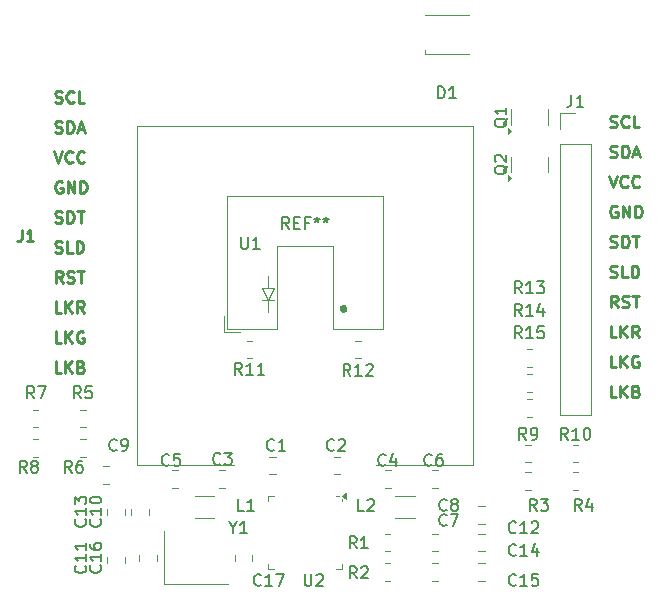
<source format=gbr>
%TF.GenerationSoftware,KiCad,Pcbnew,7.0.11+dfsg-1build4*%
%TF.CreationDate,2026-01-29T22:08:19-05:00*%
%TF.ProjectId,compact-nfc,636f6d70-6163-4742-9d6e-66632e6b6963,rev?*%
%TF.SameCoordinates,Original*%
%TF.FileFunction,Legend,Top*%
%TF.FilePolarity,Positive*%
%FSLAX46Y46*%
G04 Gerber Fmt 4.6, Leading zero omitted, Abs format (unit mm)*
G04 Created by KiCad (PCBNEW 7.0.11+dfsg-1build4) date 2026-01-29 22:08:19*
%MOMM*%
%LPD*%
G01*
G04 APERTURE LIST*
%ADD10C,0.250000*%
%ADD11C,0.150000*%
%ADD12C,0.120000*%
%ADD13C,0.100000*%
%ADD14C,0.360000*%
G04 APERTURE END LIST*
D10*
X101018282Y-119514619D02*
X101018282Y-120228904D01*
X101018282Y-120228904D02*
X100970663Y-120371761D01*
X100970663Y-120371761D02*
X100875425Y-120467000D01*
X100875425Y-120467000D02*
X100732568Y-120514619D01*
X100732568Y-120514619D02*
X100637330Y-120514619D01*
X102018282Y-120514619D02*
X101446854Y-120514619D01*
X101732568Y-120514619D02*
X101732568Y-119514619D01*
X101732568Y-119514619D02*
X101637330Y-119657476D01*
X101637330Y-119657476D02*
X101542092Y-119752714D01*
X101542092Y-119752714D02*
X101446854Y-119800333D01*
X104383758Y-131644619D02*
X103907568Y-131644619D01*
X103907568Y-131644619D02*
X103907568Y-130644619D01*
X104717092Y-131644619D02*
X104717092Y-130644619D01*
X105288520Y-131644619D02*
X104859949Y-131073190D01*
X105288520Y-130644619D02*
X104717092Y-131216047D01*
X106050425Y-131120809D02*
X106193282Y-131168428D01*
X106193282Y-131168428D02*
X106240901Y-131216047D01*
X106240901Y-131216047D02*
X106288520Y-131311285D01*
X106288520Y-131311285D02*
X106288520Y-131454142D01*
X106288520Y-131454142D02*
X106240901Y-131549380D01*
X106240901Y-131549380D02*
X106193282Y-131597000D01*
X106193282Y-131597000D02*
X106098044Y-131644619D01*
X106098044Y-131644619D02*
X105717092Y-131644619D01*
X105717092Y-131644619D02*
X105717092Y-130644619D01*
X105717092Y-130644619D02*
X106050425Y-130644619D01*
X106050425Y-130644619D02*
X106145663Y-130692238D01*
X106145663Y-130692238D02*
X106193282Y-130739857D01*
X106193282Y-130739857D02*
X106240901Y-130835095D01*
X106240901Y-130835095D02*
X106240901Y-130930333D01*
X106240901Y-130930333D02*
X106193282Y-131025571D01*
X106193282Y-131025571D02*
X106145663Y-131073190D01*
X106145663Y-131073190D02*
X106050425Y-131120809D01*
X106050425Y-131120809D02*
X105717092Y-131120809D01*
X103764711Y-112864619D02*
X104098044Y-113864619D01*
X104098044Y-113864619D02*
X104431377Y-112864619D01*
X105336139Y-113769380D02*
X105288520Y-113817000D01*
X105288520Y-113817000D02*
X105145663Y-113864619D01*
X105145663Y-113864619D02*
X105050425Y-113864619D01*
X105050425Y-113864619D02*
X104907568Y-113817000D01*
X104907568Y-113817000D02*
X104812330Y-113721761D01*
X104812330Y-113721761D02*
X104764711Y-113626523D01*
X104764711Y-113626523D02*
X104717092Y-113436047D01*
X104717092Y-113436047D02*
X104717092Y-113293190D01*
X104717092Y-113293190D02*
X104764711Y-113102714D01*
X104764711Y-113102714D02*
X104812330Y-113007476D01*
X104812330Y-113007476D02*
X104907568Y-112912238D01*
X104907568Y-112912238D02*
X105050425Y-112864619D01*
X105050425Y-112864619D02*
X105145663Y-112864619D01*
X105145663Y-112864619D02*
X105288520Y-112912238D01*
X105288520Y-112912238D02*
X105336139Y-112959857D01*
X106336139Y-113769380D02*
X106288520Y-113817000D01*
X106288520Y-113817000D02*
X106145663Y-113864619D01*
X106145663Y-113864619D02*
X106050425Y-113864619D01*
X106050425Y-113864619D02*
X105907568Y-113817000D01*
X105907568Y-113817000D02*
X105812330Y-113721761D01*
X105812330Y-113721761D02*
X105764711Y-113626523D01*
X105764711Y-113626523D02*
X105717092Y-113436047D01*
X105717092Y-113436047D02*
X105717092Y-113293190D01*
X105717092Y-113293190D02*
X105764711Y-113102714D01*
X105764711Y-113102714D02*
X105812330Y-113007476D01*
X105812330Y-113007476D02*
X105907568Y-112912238D01*
X105907568Y-112912238D02*
X106050425Y-112864619D01*
X106050425Y-112864619D02*
X106145663Y-112864619D01*
X106145663Y-112864619D02*
X106288520Y-112912238D01*
X106288520Y-112912238D02*
X106336139Y-112959857D01*
X104383758Y-129104619D02*
X103907568Y-129104619D01*
X103907568Y-129104619D02*
X103907568Y-128104619D01*
X104717092Y-129104619D02*
X104717092Y-128104619D01*
X105288520Y-129104619D02*
X104859949Y-128533190D01*
X105288520Y-128104619D02*
X104717092Y-128676047D01*
X106240901Y-128152238D02*
X106145663Y-128104619D01*
X106145663Y-128104619D02*
X106002806Y-128104619D01*
X106002806Y-128104619D02*
X105859949Y-128152238D01*
X105859949Y-128152238D02*
X105764711Y-128247476D01*
X105764711Y-128247476D02*
X105717092Y-128342714D01*
X105717092Y-128342714D02*
X105669473Y-128533190D01*
X105669473Y-128533190D02*
X105669473Y-128676047D01*
X105669473Y-128676047D02*
X105717092Y-128866523D01*
X105717092Y-128866523D02*
X105764711Y-128961761D01*
X105764711Y-128961761D02*
X105859949Y-129057000D01*
X105859949Y-129057000D02*
X106002806Y-129104619D01*
X106002806Y-129104619D02*
X106098044Y-129104619D01*
X106098044Y-129104619D02*
X106240901Y-129057000D01*
X106240901Y-129057000D02*
X106288520Y-129009380D01*
X106288520Y-129009380D02*
X106288520Y-128676047D01*
X106288520Y-128676047D02*
X106098044Y-128676047D01*
X103859949Y-118897000D02*
X104002806Y-118944619D01*
X104002806Y-118944619D02*
X104240901Y-118944619D01*
X104240901Y-118944619D02*
X104336139Y-118897000D01*
X104336139Y-118897000D02*
X104383758Y-118849380D01*
X104383758Y-118849380D02*
X104431377Y-118754142D01*
X104431377Y-118754142D02*
X104431377Y-118658904D01*
X104431377Y-118658904D02*
X104383758Y-118563666D01*
X104383758Y-118563666D02*
X104336139Y-118516047D01*
X104336139Y-118516047D02*
X104240901Y-118468428D01*
X104240901Y-118468428D02*
X104050425Y-118420809D01*
X104050425Y-118420809D02*
X103955187Y-118373190D01*
X103955187Y-118373190D02*
X103907568Y-118325571D01*
X103907568Y-118325571D02*
X103859949Y-118230333D01*
X103859949Y-118230333D02*
X103859949Y-118135095D01*
X103859949Y-118135095D02*
X103907568Y-118039857D01*
X103907568Y-118039857D02*
X103955187Y-117992238D01*
X103955187Y-117992238D02*
X104050425Y-117944619D01*
X104050425Y-117944619D02*
X104288520Y-117944619D01*
X104288520Y-117944619D02*
X104431377Y-117992238D01*
X104859949Y-118944619D02*
X104859949Y-117944619D01*
X104859949Y-117944619D02*
X105098044Y-117944619D01*
X105098044Y-117944619D02*
X105240901Y-117992238D01*
X105240901Y-117992238D02*
X105336139Y-118087476D01*
X105336139Y-118087476D02*
X105383758Y-118182714D01*
X105383758Y-118182714D02*
X105431377Y-118373190D01*
X105431377Y-118373190D02*
X105431377Y-118516047D01*
X105431377Y-118516047D02*
X105383758Y-118706523D01*
X105383758Y-118706523D02*
X105336139Y-118801761D01*
X105336139Y-118801761D02*
X105240901Y-118897000D01*
X105240901Y-118897000D02*
X105098044Y-118944619D01*
X105098044Y-118944619D02*
X104859949Y-118944619D01*
X105717092Y-117944619D02*
X106288520Y-117944619D01*
X106002806Y-118944619D02*
X106002806Y-117944619D01*
X104383758Y-126564619D02*
X103907568Y-126564619D01*
X103907568Y-126564619D02*
X103907568Y-125564619D01*
X104717092Y-126564619D02*
X104717092Y-125564619D01*
X105288520Y-126564619D02*
X104859949Y-125993190D01*
X105288520Y-125564619D02*
X104717092Y-126136047D01*
X106288520Y-126564619D02*
X105955187Y-126088428D01*
X105717092Y-126564619D02*
X105717092Y-125564619D01*
X105717092Y-125564619D02*
X106098044Y-125564619D01*
X106098044Y-125564619D02*
X106193282Y-125612238D01*
X106193282Y-125612238D02*
X106240901Y-125659857D01*
X106240901Y-125659857D02*
X106288520Y-125755095D01*
X106288520Y-125755095D02*
X106288520Y-125897952D01*
X106288520Y-125897952D02*
X106240901Y-125993190D01*
X106240901Y-125993190D02*
X106193282Y-126040809D01*
X106193282Y-126040809D02*
X106098044Y-126088428D01*
X106098044Y-126088428D02*
X105717092Y-126088428D01*
X103859949Y-108737000D02*
X104002806Y-108784619D01*
X104002806Y-108784619D02*
X104240901Y-108784619D01*
X104240901Y-108784619D02*
X104336139Y-108737000D01*
X104336139Y-108737000D02*
X104383758Y-108689380D01*
X104383758Y-108689380D02*
X104431377Y-108594142D01*
X104431377Y-108594142D02*
X104431377Y-108498904D01*
X104431377Y-108498904D02*
X104383758Y-108403666D01*
X104383758Y-108403666D02*
X104336139Y-108356047D01*
X104336139Y-108356047D02*
X104240901Y-108308428D01*
X104240901Y-108308428D02*
X104050425Y-108260809D01*
X104050425Y-108260809D02*
X103955187Y-108213190D01*
X103955187Y-108213190D02*
X103907568Y-108165571D01*
X103907568Y-108165571D02*
X103859949Y-108070333D01*
X103859949Y-108070333D02*
X103859949Y-107975095D01*
X103859949Y-107975095D02*
X103907568Y-107879857D01*
X103907568Y-107879857D02*
X103955187Y-107832238D01*
X103955187Y-107832238D02*
X104050425Y-107784619D01*
X104050425Y-107784619D02*
X104288520Y-107784619D01*
X104288520Y-107784619D02*
X104431377Y-107832238D01*
X105431377Y-108689380D02*
X105383758Y-108737000D01*
X105383758Y-108737000D02*
X105240901Y-108784619D01*
X105240901Y-108784619D02*
X105145663Y-108784619D01*
X105145663Y-108784619D02*
X105002806Y-108737000D01*
X105002806Y-108737000D02*
X104907568Y-108641761D01*
X104907568Y-108641761D02*
X104859949Y-108546523D01*
X104859949Y-108546523D02*
X104812330Y-108356047D01*
X104812330Y-108356047D02*
X104812330Y-108213190D01*
X104812330Y-108213190D02*
X104859949Y-108022714D01*
X104859949Y-108022714D02*
X104907568Y-107927476D01*
X104907568Y-107927476D02*
X105002806Y-107832238D01*
X105002806Y-107832238D02*
X105145663Y-107784619D01*
X105145663Y-107784619D02*
X105240901Y-107784619D01*
X105240901Y-107784619D02*
X105383758Y-107832238D01*
X105383758Y-107832238D02*
X105431377Y-107879857D01*
X106336139Y-108784619D02*
X105859949Y-108784619D01*
X105859949Y-108784619D02*
X105859949Y-107784619D01*
X103859949Y-111277000D02*
X104002806Y-111324619D01*
X104002806Y-111324619D02*
X104240901Y-111324619D01*
X104240901Y-111324619D02*
X104336139Y-111277000D01*
X104336139Y-111277000D02*
X104383758Y-111229380D01*
X104383758Y-111229380D02*
X104431377Y-111134142D01*
X104431377Y-111134142D02*
X104431377Y-111038904D01*
X104431377Y-111038904D02*
X104383758Y-110943666D01*
X104383758Y-110943666D02*
X104336139Y-110896047D01*
X104336139Y-110896047D02*
X104240901Y-110848428D01*
X104240901Y-110848428D02*
X104050425Y-110800809D01*
X104050425Y-110800809D02*
X103955187Y-110753190D01*
X103955187Y-110753190D02*
X103907568Y-110705571D01*
X103907568Y-110705571D02*
X103859949Y-110610333D01*
X103859949Y-110610333D02*
X103859949Y-110515095D01*
X103859949Y-110515095D02*
X103907568Y-110419857D01*
X103907568Y-110419857D02*
X103955187Y-110372238D01*
X103955187Y-110372238D02*
X104050425Y-110324619D01*
X104050425Y-110324619D02*
X104288520Y-110324619D01*
X104288520Y-110324619D02*
X104431377Y-110372238D01*
X104859949Y-111324619D02*
X104859949Y-110324619D01*
X104859949Y-110324619D02*
X105098044Y-110324619D01*
X105098044Y-110324619D02*
X105240901Y-110372238D01*
X105240901Y-110372238D02*
X105336139Y-110467476D01*
X105336139Y-110467476D02*
X105383758Y-110562714D01*
X105383758Y-110562714D02*
X105431377Y-110753190D01*
X105431377Y-110753190D02*
X105431377Y-110896047D01*
X105431377Y-110896047D02*
X105383758Y-111086523D01*
X105383758Y-111086523D02*
X105336139Y-111181761D01*
X105336139Y-111181761D02*
X105240901Y-111277000D01*
X105240901Y-111277000D02*
X105098044Y-111324619D01*
X105098044Y-111324619D02*
X104859949Y-111324619D01*
X105812330Y-111038904D02*
X106288520Y-111038904D01*
X105717092Y-111324619D02*
X106050425Y-110324619D01*
X106050425Y-110324619D02*
X106383758Y-111324619D01*
X104478996Y-124024619D02*
X104145663Y-123548428D01*
X103907568Y-124024619D02*
X103907568Y-123024619D01*
X103907568Y-123024619D02*
X104288520Y-123024619D01*
X104288520Y-123024619D02*
X104383758Y-123072238D01*
X104383758Y-123072238D02*
X104431377Y-123119857D01*
X104431377Y-123119857D02*
X104478996Y-123215095D01*
X104478996Y-123215095D02*
X104478996Y-123357952D01*
X104478996Y-123357952D02*
X104431377Y-123453190D01*
X104431377Y-123453190D02*
X104383758Y-123500809D01*
X104383758Y-123500809D02*
X104288520Y-123548428D01*
X104288520Y-123548428D02*
X103907568Y-123548428D01*
X104859949Y-123977000D02*
X105002806Y-124024619D01*
X105002806Y-124024619D02*
X105240901Y-124024619D01*
X105240901Y-124024619D02*
X105336139Y-123977000D01*
X105336139Y-123977000D02*
X105383758Y-123929380D01*
X105383758Y-123929380D02*
X105431377Y-123834142D01*
X105431377Y-123834142D02*
X105431377Y-123738904D01*
X105431377Y-123738904D02*
X105383758Y-123643666D01*
X105383758Y-123643666D02*
X105336139Y-123596047D01*
X105336139Y-123596047D02*
X105240901Y-123548428D01*
X105240901Y-123548428D02*
X105050425Y-123500809D01*
X105050425Y-123500809D02*
X104955187Y-123453190D01*
X104955187Y-123453190D02*
X104907568Y-123405571D01*
X104907568Y-123405571D02*
X104859949Y-123310333D01*
X104859949Y-123310333D02*
X104859949Y-123215095D01*
X104859949Y-123215095D02*
X104907568Y-123119857D01*
X104907568Y-123119857D02*
X104955187Y-123072238D01*
X104955187Y-123072238D02*
X105050425Y-123024619D01*
X105050425Y-123024619D02*
X105288520Y-123024619D01*
X105288520Y-123024619D02*
X105431377Y-123072238D01*
X105717092Y-123024619D02*
X106288520Y-123024619D01*
X106002806Y-124024619D02*
X106002806Y-123024619D01*
X104431377Y-115452238D02*
X104336139Y-115404619D01*
X104336139Y-115404619D02*
X104193282Y-115404619D01*
X104193282Y-115404619D02*
X104050425Y-115452238D01*
X104050425Y-115452238D02*
X103955187Y-115547476D01*
X103955187Y-115547476D02*
X103907568Y-115642714D01*
X103907568Y-115642714D02*
X103859949Y-115833190D01*
X103859949Y-115833190D02*
X103859949Y-115976047D01*
X103859949Y-115976047D02*
X103907568Y-116166523D01*
X103907568Y-116166523D02*
X103955187Y-116261761D01*
X103955187Y-116261761D02*
X104050425Y-116357000D01*
X104050425Y-116357000D02*
X104193282Y-116404619D01*
X104193282Y-116404619D02*
X104288520Y-116404619D01*
X104288520Y-116404619D02*
X104431377Y-116357000D01*
X104431377Y-116357000D02*
X104478996Y-116309380D01*
X104478996Y-116309380D02*
X104478996Y-115976047D01*
X104478996Y-115976047D02*
X104288520Y-115976047D01*
X104907568Y-116404619D02*
X104907568Y-115404619D01*
X104907568Y-115404619D02*
X105478996Y-116404619D01*
X105478996Y-116404619D02*
X105478996Y-115404619D01*
X105955187Y-116404619D02*
X105955187Y-115404619D01*
X105955187Y-115404619D02*
X106193282Y-115404619D01*
X106193282Y-115404619D02*
X106336139Y-115452238D01*
X106336139Y-115452238D02*
X106431377Y-115547476D01*
X106431377Y-115547476D02*
X106478996Y-115642714D01*
X106478996Y-115642714D02*
X106526615Y-115833190D01*
X106526615Y-115833190D02*
X106526615Y-115976047D01*
X106526615Y-115976047D02*
X106478996Y-116166523D01*
X106478996Y-116166523D02*
X106431377Y-116261761D01*
X106431377Y-116261761D02*
X106336139Y-116357000D01*
X106336139Y-116357000D02*
X106193282Y-116404619D01*
X106193282Y-116404619D02*
X105955187Y-116404619D01*
X103859949Y-121437000D02*
X104002806Y-121484619D01*
X104002806Y-121484619D02*
X104240901Y-121484619D01*
X104240901Y-121484619D02*
X104336139Y-121437000D01*
X104336139Y-121437000D02*
X104383758Y-121389380D01*
X104383758Y-121389380D02*
X104431377Y-121294142D01*
X104431377Y-121294142D02*
X104431377Y-121198904D01*
X104431377Y-121198904D02*
X104383758Y-121103666D01*
X104383758Y-121103666D02*
X104336139Y-121056047D01*
X104336139Y-121056047D02*
X104240901Y-121008428D01*
X104240901Y-121008428D02*
X104050425Y-120960809D01*
X104050425Y-120960809D02*
X103955187Y-120913190D01*
X103955187Y-120913190D02*
X103907568Y-120865571D01*
X103907568Y-120865571D02*
X103859949Y-120770333D01*
X103859949Y-120770333D02*
X103859949Y-120675095D01*
X103859949Y-120675095D02*
X103907568Y-120579857D01*
X103907568Y-120579857D02*
X103955187Y-120532238D01*
X103955187Y-120532238D02*
X104050425Y-120484619D01*
X104050425Y-120484619D02*
X104288520Y-120484619D01*
X104288520Y-120484619D02*
X104431377Y-120532238D01*
X105336139Y-121484619D02*
X104859949Y-121484619D01*
X104859949Y-121484619D02*
X104859949Y-120484619D01*
X105669473Y-121484619D02*
X105669473Y-120484619D01*
X105669473Y-120484619D02*
X105907568Y-120484619D01*
X105907568Y-120484619D02*
X106050425Y-120532238D01*
X106050425Y-120532238D02*
X106145663Y-120627476D01*
X106145663Y-120627476D02*
X106193282Y-120722714D01*
X106193282Y-120722714D02*
X106240901Y-120913190D01*
X106240901Y-120913190D02*
X106240901Y-121056047D01*
X106240901Y-121056047D02*
X106193282Y-121246523D01*
X106193282Y-121246523D02*
X106145663Y-121341761D01*
X106145663Y-121341761D02*
X106050425Y-121437000D01*
X106050425Y-121437000D02*
X105907568Y-121484619D01*
X105907568Y-121484619D02*
X105669473Y-121484619D01*
X151373758Y-133724619D02*
X150897568Y-133724619D01*
X150897568Y-133724619D02*
X150897568Y-132724619D01*
X151707092Y-133724619D02*
X151707092Y-132724619D01*
X152278520Y-133724619D02*
X151849949Y-133153190D01*
X152278520Y-132724619D02*
X151707092Y-133296047D01*
X153040425Y-133200809D02*
X153183282Y-133248428D01*
X153183282Y-133248428D02*
X153230901Y-133296047D01*
X153230901Y-133296047D02*
X153278520Y-133391285D01*
X153278520Y-133391285D02*
X153278520Y-133534142D01*
X153278520Y-133534142D02*
X153230901Y-133629380D01*
X153230901Y-133629380D02*
X153183282Y-133677000D01*
X153183282Y-133677000D02*
X153088044Y-133724619D01*
X153088044Y-133724619D02*
X152707092Y-133724619D01*
X152707092Y-133724619D02*
X152707092Y-132724619D01*
X152707092Y-132724619D02*
X153040425Y-132724619D01*
X153040425Y-132724619D02*
X153135663Y-132772238D01*
X153135663Y-132772238D02*
X153183282Y-132819857D01*
X153183282Y-132819857D02*
X153230901Y-132915095D01*
X153230901Y-132915095D02*
X153230901Y-133010333D01*
X153230901Y-133010333D02*
X153183282Y-133105571D01*
X153183282Y-133105571D02*
X153135663Y-133153190D01*
X153135663Y-133153190D02*
X153040425Y-133200809D01*
X153040425Y-133200809D02*
X152707092Y-133200809D01*
X151373758Y-131184619D02*
X150897568Y-131184619D01*
X150897568Y-131184619D02*
X150897568Y-130184619D01*
X151707092Y-131184619D02*
X151707092Y-130184619D01*
X152278520Y-131184619D02*
X151849949Y-130613190D01*
X152278520Y-130184619D02*
X151707092Y-130756047D01*
X153230901Y-130232238D02*
X153135663Y-130184619D01*
X153135663Y-130184619D02*
X152992806Y-130184619D01*
X152992806Y-130184619D02*
X152849949Y-130232238D01*
X152849949Y-130232238D02*
X152754711Y-130327476D01*
X152754711Y-130327476D02*
X152707092Y-130422714D01*
X152707092Y-130422714D02*
X152659473Y-130613190D01*
X152659473Y-130613190D02*
X152659473Y-130756047D01*
X152659473Y-130756047D02*
X152707092Y-130946523D01*
X152707092Y-130946523D02*
X152754711Y-131041761D01*
X152754711Y-131041761D02*
X152849949Y-131137000D01*
X152849949Y-131137000D02*
X152992806Y-131184619D01*
X152992806Y-131184619D02*
X153088044Y-131184619D01*
X153088044Y-131184619D02*
X153230901Y-131137000D01*
X153230901Y-131137000D02*
X153278520Y-131089380D01*
X153278520Y-131089380D02*
X153278520Y-130756047D01*
X153278520Y-130756047D02*
X153088044Y-130756047D01*
X151373758Y-128644619D02*
X150897568Y-128644619D01*
X150897568Y-128644619D02*
X150897568Y-127644619D01*
X151707092Y-128644619D02*
X151707092Y-127644619D01*
X152278520Y-128644619D02*
X151849949Y-128073190D01*
X152278520Y-127644619D02*
X151707092Y-128216047D01*
X153278520Y-128644619D02*
X152945187Y-128168428D01*
X152707092Y-128644619D02*
X152707092Y-127644619D01*
X152707092Y-127644619D02*
X153088044Y-127644619D01*
X153088044Y-127644619D02*
X153183282Y-127692238D01*
X153183282Y-127692238D02*
X153230901Y-127739857D01*
X153230901Y-127739857D02*
X153278520Y-127835095D01*
X153278520Y-127835095D02*
X153278520Y-127977952D01*
X153278520Y-127977952D02*
X153230901Y-128073190D01*
X153230901Y-128073190D02*
X153183282Y-128120809D01*
X153183282Y-128120809D02*
X153088044Y-128168428D01*
X153088044Y-128168428D02*
X152707092Y-128168428D01*
X151468996Y-126104619D02*
X151135663Y-125628428D01*
X150897568Y-126104619D02*
X150897568Y-125104619D01*
X150897568Y-125104619D02*
X151278520Y-125104619D01*
X151278520Y-125104619D02*
X151373758Y-125152238D01*
X151373758Y-125152238D02*
X151421377Y-125199857D01*
X151421377Y-125199857D02*
X151468996Y-125295095D01*
X151468996Y-125295095D02*
X151468996Y-125437952D01*
X151468996Y-125437952D02*
X151421377Y-125533190D01*
X151421377Y-125533190D02*
X151373758Y-125580809D01*
X151373758Y-125580809D02*
X151278520Y-125628428D01*
X151278520Y-125628428D02*
X150897568Y-125628428D01*
X151849949Y-126057000D02*
X151992806Y-126104619D01*
X151992806Y-126104619D02*
X152230901Y-126104619D01*
X152230901Y-126104619D02*
X152326139Y-126057000D01*
X152326139Y-126057000D02*
X152373758Y-126009380D01*
X152373758Y-126009380D02*
X152421377Y-125914142D01*
X152421377Y-125914142D02*
X152421377Y-125818904D01*
X152421377Y-125818904D02*
X152373758Y-125723666D01*
X152373758Y-125723666D02*
X152326139Y-125676047D01*
X152326139Y-125676047D02*
X152230901Y-125628428D01*
X152230901Y-125628428D02*
X152040425Y-125580809D01*
X152040425Y-125580809D02*
X151945187Y-125533190D01*
X151945187Y-125533190D02*
X151897568Y-125485571D01*
X151897568Y-125485571D02*
X151849949Y-125390333D01*
X151849949Y-125390333D02*
X151849949Y-125295095D01*
X151849949Y-125295095D02*
X151897568Y-125199857D01*
X151897568Y-125199857D02*
X151945187Y-125152238D01*
X151945187Y-125152238D02*
X152040425Y-125104619D01*
X152040425Y-125104619D02*
X152278520Y-125104619D01*
X152278520Y-125104619D02*
X152421377Y-125152238D01*
X152707092Y-125104619D02*
X153278520Y-125104619D01*
X152992806Y-126104619D02*
X152992806Y-125104619D01*
X150849949Y-123517000D02*
X150992806Y-123564619D01*
X150992806Y-123564619D02*
X151230901Y-123564619D01*
X151230901Y-123564619D02*
X151326139Y-123517000D01*
X151326139Y-123517000D02*
X151373758Y-123469380D01*
X151373758Y-123469380D02*
X151421377Y-123374142D01*
X151421377Y-123374142D02*
X151421377Y-123278904D01*
X151421377Y-123278904D02*
X151373758Y-123183666D01*
X151373758Y-123183666D02*
X151326139Y-123136047D01*
X151326139Y-123136047D02*
X151230901Y-123088428D01*
X151230901Y-123088428D02*
X151040425Y-123040809D01*
X151040425Y-123040809D02*
X150945187Y-122993190D01*
X150945187Y-122993190D02*
X150897568Y-122945571D01*
X150897568Y-122945571D02*
X150849949Y-122850333D01*
X150849949Y-122850333D02*
X150849949Y-122755095D01*
X150849949Y-122755095D02*
X150897568Y-122659857D01*
X150897568Y-122659857D02*
X150945187Y-122612238D01*
X150945187Y-122612238D02*
X151040425Y-122564619D01*
X151040425Y-122564619D02*
X151278520Y-122564619D01*
X151278520Y-122564619D02*
X151421377Y-122612238D01*
X152326139Y-123564619D02*
X151849949Y-123564619D01*
X151849949Y-123564619D02*
X151849949Y-122564619D01*
X152659473Y-123564619D02*
X152659473Y-122564619D01*
X152659473Y-122564619D02*
X152897568Y-122564619D01*
X152897568Y-122564619D02*
X153040425Y-122612238D01*
X153040425Y-122612238D02*
X153135663Y-122707476D01*
X153135663Y-122707476D02*
X153183282Y-122802714D01*
X153183282Y-122802714D02*
X153230901Y-122993190D01*
X153230901Y-122993190D02*
X153230901Y-123136047D01*
X153230901Y-123136047D02*
X153183282Y-123326523D01*
X153183282Y-123326523D02*
X153135663Y-123421761D01*
X153135663Y-123421761D02*
X153040425Y-123517000D01*
X153040425Y-123517000D02*
X152897568Y-123564619D01*
X152897568Y-123564619D02*
X152659473Y-123564619D01*
X150849949Y-120977000D02*
X150992806Y-121024619D01*
X150992806Y-121024619D02*
X151230901Y-121024619D01*
X151230901Y-121024619D02*
X151326139Y-120977000D01*
X151326139Y-120977000D02*
X151373758Y-120929380D01*
X151373758Y-120929380D02*
X151421377Y-120834142D01*
X151421377Y-120834142D02*
X151421377Y-120738904D01*
X151421377Y-120738904D02*
X151373758Y-120643666D01*
X151373758Y-120643666D02*
X151326139Y-120596047D01*
X151326139Y-120596047D02*
X151230901Y-120548428D01*
X151230901Y-120548428D02*
X151040425Y-120500809D01*
X151040425Y-120500809D02*
X150945187Y-120453190D01*
X150945187Y-120453190D02*
X150897568Y-120405571D01*
X150897568Y-120405571D02*
X150849949Y-120310333D01*
X150849949Y-120310333D02*
X150849949Y-120215095D01*
X150849949Y-120215095D02*
X150897568Y-120119857D01*
X150897568Y-120119857D02*
X150945187Y-120072238D01*
X150945187Y-120072238D02*
X151040425Y-120024619D01*
X151040425Y-120024619D02*
X151278520Y-120024619D01*
X151278520Y-120024619D02*
X151421377Y-120072238D01*
X151849949Y-121024619D02*
X151849949Y-120024619D01*
X151849949Y-120024619D02*
X152088044Y-120024619D01*
X152088044Y-120024619D02*
X152230901Y-120072238D01*
X152230901Y-120072238D02*
X152326139Y-120167476D01*
X152326139Y-120167476D02*
X152373758Y-120262714D01*
X152373758Y-120262714D02*
X152421377Y-120453190D01*
X152421377Y-120453190D02*
X152421377Y-120596047D01*
X152421377Y-120596047D02*
X152373758Y-120786523D01*
X152373758Y-120786523D02*
X152326139Y-120881761D01*
X152326139Y-120881761D02*
X152230901Y-120977000D01*
X152230901Y-120977000D02*
X152088044Y-121024619D01*
X152088044Y-121024619D02*
X151849949Y-121024619D01*
X152707092Y-120024619D02*
X153278520Y-120024619D01*
X152992806Y-121024619D02*
X152992806Y-120024619D01*
X151421377Y-117532238D02*
X151326139Y-117484619D01*
X151326139Y-117484619D02*
X151183282Y-117484619D01*
X151183282Y-117484619D02*
X151040425Y-117532238D01*
X151040425Y-117532238D02*
X150945187Y-117627476D01*
X150945187Y-117627476D02*
X150897568Y-117722714D01*
X150897568Y-117722714D02*
X150849949Y-117913190D01*
X150849949Y-117913190D02*
X150849949Y-118056047D01*
X150849949Y-118056047D02*
X150897568Y-118246523D01*
X150897568Y-118246523D02*
X150945187Y-118341761D01*
X150945187Y-118341761D02*
X151040425Y-118437000D01*
X151040425Y-118437000D02*
X151183282Y-118484619D01*
X151183282Y-118484619D02*
X151278520Y-118484619D01*
X151278520Y-118484619D02*
X151421377Y-118437000D01*
X151421377Y-118437000D02*
X151468996Y-118389380D01*
X151468996Y-118389380D02*
X151468996Y-118056047D01*
X151468996Y-118056047D02*
X151278520Y-118056047D01*
X151897568Y-118484619D02*
X151897568Y-117484619D01*
X151897568Y-117484619D02*
X152468996Y-118484619D01*
X152468996Y-118484619D02*
X152468996Y-117484619D01*
X152945187Y-118484619D02*
X152945187Y-117484619D01*
X152945187Y-117484619D02*
X153183282Y-117484619D01*
X153183282Y-117484619D02*
X153326139Y-117532238D01*
X153326139Y-117532238D02*
X153421377Y-117627476D01*
X153421377Y-117627476D02*
X153468996Y-117722714D01*
X153468996Y-117722714D02*
X153516615Y-117913190D01*
X153516615Y-117913190D02*
X153516615Y-118056047D01*
X153516615Y-118056047D02*
X153468996Y-118246523D01*
X153468996Y-118246523D02*
X153421377Y-118341761D01*
X153421377Y-118341761D02*
X153326139Y-118437000D01*
X153326139Y-118437000D02*
X153183282Y-118484619D01*
X153183282Y-118484619D02*
X152945187Y-118484619D01*
X150754711Y-114944619D02*
X151088044Y-115944619D01*
X151088044Y-115944619D02*
X151421377Y-114944619D01*
X152326139Y-115849380D02*
X152278520Y-115897000D01*
X152278520Y-115897000D02*
X152135663Y-115944619D01*
X152135663Y-115944619D02*
X152040425Y-115944619D01*
X152040425Y-115944619D02*
X151897568Y-115897000D01*
X151897568Y-115897000D02*
X151802330Y-115801761D01*
X151802330Y-115801761D02*
X151754711Y-115706523D01*
X151754711Y-115706523D02*
X151707092Y-115516047D01*
X151707092Y-115516047D02*
X151707092Y-115373190D01*
X151707092Y-115373190D02*
X151754711Y-115182714D01*
X151754711Y-115182714D02*
X151802330Y-115087476D01*
X151802330Y-115087476D02*
X151897568Y-114992238D01*
X151897568Y-114992238D02*
X152040425Y-114944619D01*
X152040425Y-114944619D02*
X152135663Y-114944619D01*
X152135663Y-114944619D02*
X152278520Y-114992238D01*
X152278520Y-114992238D02*
X152326139Y-115039857D01*
X153326139Y-115849380D02*
X153278520Y-115897000D01*
X153278520Y-115897000D02*
X153135663Y-115944619D01*
X153135663Y-115944619D02*
X153040425Y-115944619D01*
X153040425Y-115944619D02*
X152897568Y-115897000D01*
X152897568Y-115897000D02*
X152802330Y-115801761D01*
X152802330Y-115801761D02*
X152754711Y-115706523D01*
X152754711Y-115706523D02*
X152707092Y-115516047D01*
X152707092Y-115516047D02*
X152707092Y-115373190D01*
X152707092Y-115373190D02*
X152754711Y-115182714D01*
X152754711Y-115182714D02*
X152802330Y-115087476D01*
X152802330Y-115087476D02*
X152897568Y-114992238D01*
X152897568Y-114992238D02*
X153040425Y-114944619D01*
X153040425Y-114944619D02*
X153135663Y-114944619D01*
X153135663Y-114944619D02*
X153278520Y-114992238D01*
X153278520Y-114992238D02*
X153326139Y-115039857D01*
X150849949Y-113357000D02*
X150992806Y-113404619D01*
X150992806Y-113404619D02*
X151230901Y-113404619D01*
X151230901Y-113404619D02*
X151326139Y-113357000D01*
X151326139Y-113357000D02*
X151373758Y-113309380D01*
X151373758Y-113309380D02*
X151421377Y-113214142D01*
X151421377Y-113214142D02*
X151421377Y-113118904D01*
X151421377Y-113118904D02*
X151373758Y-113023666D01*
X151373758Y-113023666D02*
X151326139Y-112976047D01*
X151326139Y-112976047D02*
X151230901Y-112928428D01*
X151230901Y-112928428D02*
X151040425Y-112880809D01*
X151040425Y-112880809D02*
X150945187Y-112833190D01*
X150945187Y-112833190D02*
X150897568Y-112785571D01*
X150897568Y-112785571D02*
X150849949Y-112690333D01*
X150849949Y-112690333D02*
X150849949Y-112595095D01*
X150849949Y-112595095D02*
X150897568Y-112499857D01*
X150897568Y-112499857D02*
X150945187Y-112452238D01*
X150945187Y-112452238D02*
X151040425Y-112404619D01*
X151040425Y-112404619D02*
X151278520Y-112404619D01*
X151278520Y-112404619D02*
X151421377Y-112452238D01*
X151849949Y-113404619D02*
X151849949Y-112404619D01*
X151849949Y-112404619D02*
X152088044Y-112404619D01*
X152088044Y-112404619D02*
X152230901Y-112452238D01*
X152230901Y-112452238D02*
X152326139Y-112547476D01*
X152326139Y-112547476D02*
X152373758Y-112642714D01*
X152373758Y-112642714D02*
X152421377Y-112833190D01*
X152421377Y-112833190D02*
X152421377Y-112976047D01*
X152421377Y-112976047D02*
X152373758Y-113166523D01*
X152373758Y-113166523D02*
X152326139Y-113261761D01*
X152326139Y-113261761D02*
X152230901Y-113357000D01*
X152230901Y-113357000D02*
X152088044Y-113404619D01*
X152088044Y-113404619D02*
X151849949Y-113404619D01*
X152802330Y-113118904D02*
X153278520Y-113118904D01*
X152707092Y-113404619D02*
X153040425Y-112404619D01*
X153040425Y-112404619D02*
X153373758Y-113404619D01*
X150849949Y-110817000D02*
X150992806Y-110864619D01*
X150992806Y-110864619D02*
X151230901Y-110864619D01*
X151230901Y-110864619D02*
X151326139Y-110817000D01*
X151326139Y-110817000D02*
X151373758Y-110769380D01*
X151373758Y-110769380D02*
X151421377Y-110674142D01*
X151421377Y-110674142D02*
X151421377Y-110578904D01*
X151421377Y-110578904D02*
X151373758Y-110483666D01*
X151373758Y-110483666D02*
X151326139Y-110436047D01*
X151326139Y-110436047D02*
X151230901Y-110388428D01*
X151230901Y-110388428D02*
X151040425Y-110340809D01*
X151040425Y-110340809D02*
X150945187Y-110293190D01*
X150945187Y-110293190D02*
X150897568Y-110245571D01*
X150897568Y-110245571D02*
X150849949Y-110150333D01*
X150849949Y-110150333D02*
X150849949Y-110055095D01*
X150849949Y-110055095D02*
X150897568Y-109959857D01*
X150897568Y-109959857D02*
X150945187Y-109912238D01*
X150945187Y-109912238D02*
X151040425Y-109864619D01*
X151040425Y-109864619D02*
X151278520Y-109864619D01*
X151278520Y-109864619D02*
X151421377Y-109912238D01*
X152421377Y-110769380D02*
X152373758Y-110817000D01*
X152373758Y-110817000D02*
X152230901Y-110864619D01*
X152230901Y-110864619D02*
X152135663Y-110864619D01*
X152135663Y-110864619D02*
X151992806Y-110817000D01*
X151992806Y-110817000D02*
X151897568Y-110721761D01*
X151897568Y-110721761D02*
X151849949Y-110626523D01*
X151849949Y-110626523D02*
X151802330Y-110436047D01*
X151802330Y-110436047D02*
X151802330Y-110293190D01*
X151802330Y-110293190D02*
X151849949Y-110102714D01*
X151849949Y-110102714D02*
X151897568Y-110007476D01*
X151897568Y-110007476D02*
X151992806Y-109912238D01*
X151992806Y-109912238D02*
X152135663Y-109864619D01*
X152135663Y-109864619D02*
X152230901Y-109864619D01*
X152230901Y-109864619D02*
X152373758Y-109912238D01*
X152373758Y-109912238D02*
X152421377Y-109959857D01*
X153326139Y-110864619D02*
X152849949Y-110864619D01*
X152849949Y-110864619D02*
X152849949Y-109864619D01*
D11*
X102068333Y-133804819D02*
X101735000Y-133328628D01*
X101496905Y-133804819D02*
X101496905Y-132804819D01*
X101496905Y-132804819D02*
X101877857Y-132804819D01*
X101877857Y-132804819D02*
X101973095Y-132852438D01*
X101973095Y-132852438D02*
X102020714Y-132900057D01*
X102020714Y-132900057D02*
X102068333Y-132995295D01*
X102068333Y-132995295D02*
X102068333Y-133138152D01*
X102068333Y-133138152D02*
X102020714Y-133233390D01*
X102020714Y-133233390D02*
X101973095Y-133281009D01*
X101973095Y-133281009D02*
X101877857Y-133328628D01*
X101877857Y-133328628D02*
X101496905Y-133328628D01*
X102401667Y-132804819D02*
X103068333Y-132804819D01*
X103068333Y-132804819D02*
X102639762Y-133804819D01*
X113498333Y-139424580D02*
X113450714Y-139472200D01*
X113450714Y-139472200D02*
X113307857Y-139519819D01*
X113307857Y-139519819D02*
X113212619Y-139519819D01*
X113212619Y-139519819D02*
X113069762Y-139472200D01*
X113069762Y-139472200D02*
X112974524Y-139376961D01*
X112974524Y-139376961D02*
X112926905Y-139281723D01*
X112926905Y-139281723D02*
X112879286Y-139091247D01*
X112879286Y-139091247D02*
X112879286Y-138948390D01*
X112879286Y-138948390D02*
X112926905Y-138757914D01*
X112926905Y-138757914D02*
X112974524Y-138662676D01*
X112974524Y-138662676D02*
X113069762Y-138567438D01*
X113069762Y-138567438D02*
X113212619Y-138519819D01*
X113212619Y-138519819D02*
X113307857Y-138519819D01*
X113307857Y-138519819D02*
X113450714Y-138567438D01*
X113450714Y-138567438D02*
X113498333Y-138615057D01*
X114403095Y-138519819D02*
X113926905Y-138519819D01*
X113926905Y-138519819D02*
X113879286Y-138996009D01*
X113879286Y-138996009D02*
X113926905Y-138948390D01*
X113926905Y-138948390D02*
X114022143Y-138900771D01*
X114022143Y-138900771D02*
X114260238Y-138900771D01*
X114260238Y-138900771D02*
X114355476Y-138948390D01*
X114355476Y-138948390D02*
X114403095Y-138996009D01*
X114403095Y-138996009D02*
X114450714Y-139091247D01*
X114450714Y-139091247D02*
X114450714Y-139329342D01*
X114450714Y-139329342D02*
X114403095Y-139424580D01*
X114403095Y-139424580D02*
X114355476Y-139472200D01*
X114355476Y-139472200D02*
X114260238Y-139519819D01*
X114260238Y-139519819D02*
X114022143Y-139519819D01*
X114022143Y-139519819D02*
X113926905Y-139472200D01*
X113926905Y-139472200D02*
X113879286Y-139424580D01*
X129373333Y-149044819D02*
X129040000Y-148568628D01*
X128801905Y-149044819D02*
X128801905Y-148044819D01*
X128801905Y-148044819D02*
X129182857Y-148044819D01*
X129182857Y-148044819D02*
X129278095Y-148092438D01*
X129278095Y-148092438D02*
X129325714Y-148140057D01*
X129325714Y-148140057D02*
X129373333Y-148235295D01*
X129373333Y-148235295D02*
X129373333Y-148378152D01*
X129373333Y-148378152D02*
X129325714Y-148473390D01*
X129325714Y-148473390D02*
X129278095Y-148521009D01*
X129278095Y-148521009D02*
X129182857Y-148568628D01*
X129182857Y-148568628D02*
X128801905Y-148568628D01*
X129754286Y-148140057D02*
X129801905Y-148092438D01*
X129801905Y-148092438D02*
X129897143Y-148044819D01*
X129897143Y-148044819D02*
X130135238Y-148044819D01*
X130135238Y-148044819D02*
X130230476Y-148092438D01*
X130230476Y-148092438D02*
X130278095Y-148140057D01*
X130278095Y-148140057D02*
X130325714Y-148235295D01*
X130325714Y-148235295D02*
X130325714Y-148330533D01*
X130325714Y-148330533D02*
X130278095Y-148473390D01*
X130278095Y-148473390D02*
X129706667Y-149044819D01*
X129706667Y-149044819D02*
X130325714Y-149044819D01*
X101433333Y-140104819D02*
X101100000Y-139628628D01*
X100861905Y-140104819D02*
X100861905Y-139104819D01*
X100861905Y-139104819D02*
X101242857Y-139104819D01*
X101242857Y-139104819D02*
X101338095Y-139152438D01*
X101338095Y-139152438D02*
X101385714Y-139200057D01*
X101385714Y-139200057D02*
X101433333Y-139295295D01*
X101433333Y-139295295D02*
X101433333Y-139438152D01*
X101433333Y-139438152D02*
X101385714Y-139533390D01*
X101385714Y-139533390D02*
X101338095Y-139581009D01*
X101338095Y-139581009D02*
X101242857Y-139628628D01*
X101242857Y-139628628D02*
X100861905Y-139628628D01*
X102004762Y-139533390D02*
X101909524Y-139485771D01*
X101909524Y-139485771D02*
X101861905Y-139438152D01*
X101861905Y-139438152D02*
X101814286Y-139342914D01*
X101814286Y-139342914D02*
X101814286Y-139295295D01*
X101814286Y-139295295D02*
X101861905Y-139200057D01*
X101861905Y-139200057D02*
X101909524Y-139152438D01*
X101909524Y-139152438D02*
X102004762Y-139104819D01*
X102004762Y-139104819D02*
X102195238Y-139104819D01*
X102195238Y-139104819D02*
X102290476Y-139152438D01*
X102290476Y-139152438D02*
X102338095Y-139200057D01*
X102338095Y-139200057D02*
X102385714Y-139295295D01*
X102385714Y-139295295D02*
X102385714Y-139342914D01*
X102385714Y-139342914D02*
X102338095Y-139438152D01*
X102338095Y-139438152D02*
X102290476Y-139485771D01*
X102290476Y-139485771D02*
X102195238Y-139533390D01*
X102195238Y-139533390D02*
X102004762Y-139533390D01*
X102004762Y-139533390D02*
X101909524Y-139581009D01*
X101909524Y-139581009D02*
X101861905Y-139628628D01*
X101861905Y-139628628D02*
X101814286Y-139723866D01*
X101814286Y-139723866D02*
X101814286Y-139914342D01*
X101814286Y-139914342D02*
X101861905Y-140009580D01*
X101861905Y-140009580D02*
X101909524Y-140057200D01*
X101909524Y-140057200D02*
X102004762Y-140104819D01*
X102004762Y-140104819D02*
X102195238Y-140104819D01*
X102195238Y-140104819D02*
X102290476Y-140057200D01*
X102290476Y-140057200D02*
X102338095Y-140009580D01*
X102338095Y-140009580D02*
X102385714Y-139914342D01*
X102385714Y-139914342D02*
X102385714Y-139723866D01*
X102385714Y-139723866D02*
X102338095Y-139628628D01*
X102338095Y-139628628D02*
X102290476Y-139581009D01*
X102290476Y-139581009D02*
X102195238Y-139533390D01*
X148423333Y-143329819D02*
X148090000Y-142853628D01*
X147851905Y-143329819D02*
X147851905Y-142329819D01*
X147851905Y-142329819D02*
X148232857Y-142329819D01*
X148232857Y-142329819D02*
X148328095Y-142377438D01*
X148328095Y-142377438D02*
X148375714Y-142425057D01*
X148375714Y-142425057D02*
X148423333Y-142520295D01*
X148423333Y-142520295D02*
X148423333Y-142663152D01*
X148423333Y-142663152D02*
X148375714Y-142758390D01*
X148375714Y-142758390D02*
X148328095Y-142806009D01*
X148328095Y-142806009D02*
X148232857Y-142853628D01*
X148232857Y-142853628D02*
X147851905Y-142853628D01*
X149280476Y-142663152D02*
X149280476Y-143329819D01*
X149042381Y-142282200D02*
X148804286Y-142996485D01*
X148804286Y-142996485D02*
X149423333Y-142996485D01*
X119657142Y-131804819D02*
X119323809Y-131328628D01*
X119085714Y-131804819D02*
X119085714Y-130804819D01*
X119085714Y-130804819D02*
X119466666Y-130804819D01*
X119466666Y-130804819D02*
X119561904Y-130852438D01*
X119561904Y-130852438D02*
X119609523Y-130900057D01*
X119609523Y-130900057D02*
X119657142Y-130995295D01*
X119657142Y-130995295D02*
X119657142Y-131138152D01*
X119657142Y-131138152D02*
X119609523Y-131233390D01*
X119609523Y-131233390D02*
X119561904Y-131281009D01*
X119561904Y-131281009D02*
X119466666Y-131328628D01*
X119466666Y-131328628D02*
X119085714Y-131328628D01*
X120609523Y-131804819D02*
X120038095Y-131804819D01*
X120323809Y-131804819D02*
X120323809Y-130804819D01*
X120323809Y-130804819D02*
X120228571Y-130947676D01*
X120228571Y-130947676D02*
X120133333Y-131042914D01*
X120133333Y-131042914D02*
X120038095Y-131090533D01*
X121561904Y-131804819D02*
X120990476Y-131804819D01*
X121276190Y-131804819D02*
X121276190Y-130804819D01*
X121276190Y-130804819D02*
X121180952Y-130947676D01*
X121180952Y-130947676D02*
X121085714Y-131042914D01*
X121085714Y-131042914D02*
X120990476Y-131090533D01*
X118903809Y-144758628D02*
X118903809Y-145234819D01*
X118570476Y-144234819D02*
X118903809Y-144758628D01*
X118903809Y-144758628D02*
X119237142Y-144234819D01*
X120094285Y-145234819D02*
X119522857Y-145234819D01*
X119808571Y-145234819D02*
X119808571Y-144234819D01*
X119808571Y-144234819D02*
X119713333Y-144377676D01*
X119713333Y-144377676D02*
X119618095Y-144472914D01*
X119618095Y-144472914D02*
X119522857Y-144520533D01*
X122388333Y-138154580D02*
X122340714Y-138202200D01*
X122340714Y-138202200D02*
X122197857Y-138249819D01*
X122197857Y-138249819D02*
X122102619Y-138249819D01*
X122102619Y-138249819D02*
X121959762Y-138202200D01*
X121959762Y-138202200D02*
X121864524Y-138106961D01*
X121864524Y-138106961D02*
X121816905Y-138011723D01*
X121816905Y-138011723D02*
X121769286Y-137821247D01*
X121769286Y-137821247D02*
X121769286Y-137678390D01*
X121769286Y-137678390D02*
X121816905Y-137487914D01*
X121816905Y-137487914D02*
X121864524Y-137392676D01*
X121864524Y-137392676D02*
X121959762Y-137297438D01*
X121959762Y-137297438D02*
X122102619Y-137249819D01*
X122102619Y-137249819D02*
X122197857Y-137249819D01*
X122197857Y-137249819D02*
X122340714Y-137297438D01*
X122340714Y-137297438D02*
X122388333Y-137345057D01*
X123340714Y-138249819D02*
X122769286Y-138249819D01*
X123055000Y-138249819D02*
X123055000Y-137249819D01*
X123055000Y-137249819D02*
X122959762Y-137392676D01*
X122959762Y-137392676D02*
X122864524Y-137487914D01*
X122864524Y-137487914D02*
X122769286Y-137535533D01*
X127468333Y-138154580D02*
X127420714Y-138202200D01*
X127420714Y-138202200D02*
X127277857Y-138249819D01*
X127277857Y-138249819D02*
X127182619Y-138249819D01*
X127182619Y-138249819D02*
X127039762Y-138202200D01*
X127039762Y-138202200D02*
X126944524Y-138106961D01*
X126944524Y-138106961D02*
X126896905Y-138011723D01*
X126896905Y-138011723D02*
X126849286Y-137821247D01*
X126849286Y-137821247D02*
X126849286Y-137678390D01*
X126849286Y-137678390D02*
X126896905Y-137487914D01*
X126896905Y-137487914D02*
X126944524Y-137392676D01*
X126944524Y-137392676D02*
X127039762Y-137297438D01*
X127039762Y-137297438D02*
X127182619Y-137249819D01*
X127182619Y-137249819D02*
X127277857Y-137249819D01*
X127277857Y-137249819D02*
X127420714Y-137297438D01*
X127420714Y-137297438D02*
X127468333Y-137345057D01*
X127849286Y-137345057D02*
X127896905Y-137297438D01*
X127896905Y-137297438D02*
X127992143Y-137249819D01*
X127992143Y-137249819D02*
X128230238Y-137249819D01*
X128230238Y-137249819D02*
X128325476Y-137297438D01*
X128325476Y-137297438D02*
X128373095Y-137345057D01*
X128373095Y-137345057D02*
X128420714Y-137440295D01*
X128420714Y-137440295D02*
X128420714Y-137535533D01*
X128420714Y-137535533D02*
X128373095Y-137678390D01*
X128373095Y-137678390D02*
X127801667Y-138249819D01*
X127801667Y-138249819D02*
X128420714Y-138249819D01*
X131833333Y-139424580D02*
X131785714Y-139472200D01*
X131785714Y-139472200D02*
X131642857Y-139519819D01*
X131642857Y-139519819D02*
X131547619Y-139519819D01*
X131547619Y-139519819D02*
X131404762Y-139472200D01*
X131404762Y-139472200D02*
X131309524Y-139376961D01*
X131309524Y-139376961D02*
X131261905Y-139281723D01*
X131261905Y-139281723D02*
X131214286Y-139091247D01*
X131214286Y-139091247D02*
X131214286Y-138948390D01*
X131214286Y-138948390D02*
X131261905Y-138757914D01*
X131261905Y-138757914D02*
X131309524Y-138662676D01*
X131309524Y-138662676D02*
X131404762Y-138567438D01*
X131404762Y-138567438D02*
X131547619Y-138519819D01*
X131547619Y-138519819D02*
X131642857Y-138519819D01*
X131642857Y-138519819D02*
X131785714Y-138567438D01*
X131785714Y-138567438D02*
X131833333Y-138615057D01*
X132690476Y-138853152D02*
X132690476Y-139519819D01*
X132452381Y-138472200D02*
X132214286Y-139186485D01*
X132214286Y-139186485D02*
X132833333Y-139186485D01*
X105243333Y-140104819D02*
X104910000Y-139628628D01*
X104671905Y-140104819D02*
X104671905Y-139104819D01*
X104671905Y-139104819D02*
X105052857Y-139104819D01*
X105052857Y-139104819D02*
X105148095Y-139152438D01*
X105148095Y-139152438D02*
X105195714Y-139200057D01*
X105195714Y-139200057D02*
X105243333Y-139295295D01*
X105243333Y-139295295D02*
X105243333Y-139438152D01*
X105243333Y-139438152D02*
X105195714Y-139533390D01*
X105195714Y-139533390D02*
X105148095Y-139581009D01*
X105148095Y-139581009D02*
X105052857Y-139628628D01*
X105052857Y-139628628D02*
X104671905Y-139628628D01*
X106100476Y-139104819D02*
X105910000Y-139104819D01*
X105910000Y-139104819D02*
X105814762Y-139152438D01*
X105814762Y-139152438D02*
X105767143Y-139200057D01*
X105767143Y-139200057D02*
X105671905Y-139342914D01*
X105671905Y-139342914D02*
X105624286Y-139533390D01*
X105624286Y-139533390D02*
X105624286Y-139914342D01*
X105624286Y-139914342D02*
X105671905Y-140009580D01*
X105671905Y-140009580D02*
X105719524Y-140057200D01*
X105719524Y-140057200D02*
X105814762Y-140104819D01*
X105814762Y-140104819D02*
X106005238Y-140104819D01*
X106005238Y-140104819D02*
X106100476Y-140057200D01*
X106100476Y-140057200D02*
X106148095Y-140009580D01*
X106148095Y-140009580D02*
X106195714Y-139914342D01*
X106195714Y-139914342D02*
X106195714Y-139676247D01*
X106195714Y-139676247D02*
X106148095Y-139581009D01*
X106148095Y-139581009D02*
X106100476Y-139533390D01*
X106100476Y-139533390D02*
X106005238Y-139485771D01*
X106005238Y-139485771D02*
X105814762Y-139485771D01*
X105814762Y-139485771D02*
X105719524Y-139533390D01*
X105719524Y-139533390D02*
X105671905Y-139581009D01*
X105671905Y-139581009D02*
X105624286Y-139676247D01*
X136261905Y-108404819D02*
X136261905Y-107404819D01*
X136261905Y-107404819D02*
X136500000Y-107404819D01*
X136500000Y-107404819D02*
X136642857Y-107452438D01*
X136642857Y-107452438D02*
X136738095Y-107547676D01*
X136738095Y-107547676D02*
X136785714Y-107642914D01*
X136785714Y-107642914D02*
X136833333Y-107833390D01*
X136833333Y-107833390D02*
X136833333Y-107976247D01*
X136833333Y-107976247D02*
X136785714Y-108166723D01*
X136785714Y-108166723D02*
X136738095Y-108261961D01*
X136738095Y-108261961D02*
X136642857Y-108357200D01*
X136642857Y-108357200D02*
X136500000Y-108404819D01*
X136500000Y-108404819D02*
X136261905Y-108404819D01*
X137785714Y-108404819D02*
X137214286Y-108404819D01*
X137500000Y-108404819D02*
X137500000Y-107404819D01*
X137500000Y-107404819D02*
X137404762Y-107547676D01*
X137404762Y-107547676D02*
X137309524Y-107642914D01*
X137309524Y-107642914D02*
X137214286Y-107690533D01*
X106404580Y-144042857D02*
X106452200Y-144090476D01*
X106452200Y-144090476D02*
X106499819Y-144233333D01*
X106499819Y-144233333D02*
X106499819Y-144328571D01*
X106499819Y-144328571D02*
X106452200Y-144471428D01*
X106452200Y-144471428D02*
X106356961Y-144566666D01*
X106356961Y-144566666D02*
X106261723Y-144614285D01*
X106261723Y-144614285D02*
X106071247Y-144661904D01*
X106071247Y-144661904D02*
X105928390Y-144661904D01*
X105928390Y-144661904D02*
X105737914Y-144614285D01*
X105737914Y-144614285D02*
X105642676Y-144566666D01*
X105642676Y-144566666D02*
X105547438Y-144471428D01*
X105547438Y-144471428D02*
X105499819Y-144328571D01*
X105499819Y-144328571D02*
X105499819Y-144233333D01*
X105499819Y-144233333D02*
X105547438Y-144090476D01*
X105547438Y-144090476D02*
X105595057Y-144042857D01*
X106499819Y-143090476D02*
X106499819Y-143661904D01*
X106499819Y-143376190D02*
X105499819Y-143376190D01*
X105499819Y-143376190D02*
X105642676Y-143471428D01*
X105642676Y-143471428D02*
X105737914Y-143566666D01*
X105737914Y-143566666D02*
X105785533Y-143661904D01*
X105499819Y-142757142D02*
X105499819Y-142138095D01*
X105499819Y-142138095D02*
X105880771Y-142471428D01*
X105880771Y-142471428D02*
X105880771Y-142328571D01*
X105880771Y-142328571D02*
X105928390Y-142233333D01*
X105928390Y-142233333D02*
X105976009Y-142185714D01*
X105976009Y-142185714D02*
X106071247Y-142138095D01*
X106071247Y-142138095D02*
X106309342Y-142138095D01*
X106309342Y-142138095D02*
X106404580Y-142185714D01*
X106404580Y-142185714D02*
X106452200Y-142233333D01*
X106452200Y-142233333D02*
X106499819Y-142328571D01*
X106499819Y-142328571D02*
X106499819Y-142614285D01*
X106499819Y-142614285D02*
X106452200Y-142709523D01*
X106452200Y-142709523D02*
X106404580Y-142757142D01*
X142867142Y-145139580D02*
X142819523Y-145187200D01*
X142819523Y-145187200D02*
X142676666Y-145234819D01*
X142676666Y-145234819D02*
X142581428Y-145234819D01*
X142581428Y-145234819D02*
X142438571Y-145187200D01*
X142438571Y-145187200D02*
X142343333Y-145091961D01*
X142343333Y-145091961D02*
X142295714Y-144996723D01*
X142295714Y-144996723D02*
X142248095Y-144806247D01*
X142248095Y-144806247D02*
X142248095Y-144663390D01*
X142248095Y-144663390D02*
X142295714Y-144472914D01*
X142295714Y-144472914D02*
X142343333Y-144377676D01*
X142343333Y-144377676D02*
X142438571Y-144282438D01*
X142438571Y-144282438D02*
X142581428Y-144234819D01*
X142581428Y-144234819D02*
X142676666Y-144234819D01*
X142676666Y-144234819D02*
X142819523Y-144282438D01*
X142819523Y-144282438D02*
X142867142Y-144330057D01*
X143819523Y-145234819D02*
X143248095Y-145234819D01*
X143533809Y-145234819D02*
X143533809Y-144234819D01*
X143533809Y-144234819D02*
X143438571Y-144377676D01*
X143438571Y-144377676D02*
X143343333Y-144472914D01*
X143343333Y-144472914D02*
X143248095Y-144520533D01*
X144200476Y-144330057D02*
X144248095Y-144282438D01*
X144248095Y-144282438D02*
X144343333Y-144234819D01*
X144343333Y-144234819D02*
X144581428Y-144234819D01*
X144581428Y-144234819D02*
X144676666Y-144282438D01*
X144676666Y-144282438D02*
X144724285Y-144330057D01*
X144724285Y-144330057D02*
X144771904Y-144425295D01*
X144771904Y-144425295D02*
X144771904Y-144520533D01*
X144771904Y-144520533D02*
X144724285Y-144663390D01*
X144724285Y-144663390D02*
X144152857Y-145234819D01*
X144152857Y-145234819D02*
X144771904Y-145234819D01*
X147566666Y-108124819D02*
X147566666Y-108839104D01*
X147566666Y-108839104D02*
X147519047Y-108981961D01*
X147519047Y-108981961D02*
X147423809Y-109077200D01*
X147423809Y-109077200D02*
X147280952Y-109124819D01*
X147280952Y-109124819D02*
X147185714Y-109124819D01*
X148566666Y-109124819D02*
X147995238Y-109124819D01*
X148280952Y-109124819D02*
X148280952Y-108124819D01*
X148280952Y-108124819D02*
X148185714Y-108267676D01*
X148185714Y-108267676D02*
X148090476Y-108362914D01*
X148090476Y-108362914D02*
X147995238Y-108410533D01*
X143357142Y-124914819D02*
X143023809Y-124438628D01*
X142785714Y-124914819D02*
X142785714Y-123914819D01*
X142785714Y-123914819D02*
X143166666Y-123914819D01*
X143166666Y-123914819D02*
X143261904Y-123962438D01*
X143261904Y-123962438D02*
X143309523Y-124010057D01*
X143309523Y-124010057D02*
X143357142Y-124105295D01*
X143357142Y-124105295D02*
X143357142Y-124248152D01*
X143357142Y-124248152D02*
X143309523Y-124343390D01*
X143309523Y-124343390D02*
X143261904Y-124391009D01*
X143261904Y-124391009D02*
X143166666Y-124438628D01*
X143166666Y-124438628D02*
X142785714Y-124438628D01*
X144309523Y-124914819D02*
X143738095Y-124914819D01*
X144023809Y-124914819D02*
X144023809Y-123914819D01*
X144023809Y-123914819D02*
X143928571Y-124057676D01*
X143928571Y-124057676D02*
X143833333Y-124152914D01*
X143833333Y-124152914D02*
X143738095Y-124200533D01*
X144642857Y-123914819D02*
X145261904Y-123914819D01*
X145261904Y-123914819D02*
X144928571Y-124295771D01*
X144928571Y-124295771D02*
X145071428Y-124295771D01*
X145071428Y-124295771D02*
X145166666Y-124343390D01*
X145166666Y-124343390D02*
X145214285Y-124391009D01*
X145214285Y-124391009D02*
X145261904Y-124486247D01*
X145261904Y-124486247D02*
X145261904Y-124724342D01*
X145261904Y-124724342D02*
X145214285Y-124819580D01*
X145214285Y-124819580D02*
X145166666Y-124867200D01*
X145166666Y-124867200D02*
X145071428Y-124914819D01*
X145071428Y-124914819D02*
X144785714Y-124914819D01*
X144785714Y-124914819D02*
X144690476Y-124867200D01*
X144690476Y-124867200D02*
X144642857Y-124819580D01*
X143733333Y-137304819D02*
X143400000Y-136828628D01*
X143161905Y-137304819D02*
X143161905Y-136304819D01*
X143161905Y-136304819D02*
X143542857Y-136304819D01*
X143542857Y-136304819D02*
X143638095Y-136352438D01*
X143638095Y-136352438D02*
X143685714Y-136400057D01*
X143685714Y-136400057D02*
X143733333Y-136495295D01*
X143733333Y-136495295D02*
X143733333Y-136638152D01*
X143733333Y-136638152D02*
X143685714Y-136733390D01*
X143685714Y-136733390D02*
X143638095Y-136781009D01*
X143638095Y-136781009D02*
X143542857Y-136828628D01*
X143542857Y-136828628D02*
X143161905Y-136828628D01*
X144209524Y-137304819D02*
X144400000Y-137304819D01*
X144400000Y-137304819D02*
X144495238Y-137257200D01*
X144495238Y-137257200D02*
X144542857Y-137209580D01*
X144542857Y-137209580D02*
X144638095Y-137066723D01*
X144638095Y-137066723D02*
X144685714Y-136876247D01*
X144685714Y-136876247D02*
X144685714Y-136495295D01*
X144685714Y-136495295D02*
X144638095Y-136400057D01*
X144638095Y-136400057D02*
X144590476Y-136352438D01*
X144590476Y-136352438D02*
X144495238Y-136304819D01*
X144495238Y-136304819D02*
X144304762Y-136304819D01*
X144304762Y-136304819D02*
X144209524Y-136352438D01*
X144209524Y-136352438D02*
X144161905Y-136400057D01*
X144161905Y-136400057D02*
X144114286Y-136495295D01*
X144114286Y-136495295D02*
X144114286Y-136733390D01*
X144114286Y-136733390D02*
X144161905Y-136828628D01*
X144161905Y-136828628D02*
X144209524Y-136876247D01*
X144209524Y-136876247D02*
X144304762Y-136923866D01*
X144304762Y-136923866D02*
X144495238Y-136923866D01*
X144495238Y-136923866D02*
X144590476Y-136876247D01*
X144590476Y-136876247D02*
X144638095Y-136828628D01*
X144638095Y-136828628D02*
X144685714Y-136733390D01*
X119848333Y-143329819D02*
X119372143Y-143329819D01*
X119372143Y-143329819D02*
X119372143Y-142329819D01*
X120705476Y-143329819D02*
X120134048Y-143329819D01*
X120419762Y-143329819D02*
X120419762Y-142329819D01*
X120419762Y-142329819D02*
X120324524Y-142472676D01*
X120324524Y-142472676D02*
X120229286Y-142567914D01*
X120229286Y-142567914D02*
X120134048Y-142615533D01*
X124968095Y-148679819D02*
X124968095Y-149489342D01*
X124968095Y-149489342D02*
X125015714Y-149584580D01*
X125015714Y-149584580D02*
X125063333Y-149632200D01*
X125063333Y-149632200D02*
X125158571Y-149679819D01*
X125158571Y-149679819D02*
X125349047Y-149679819D01*
X125349047Y-149679819D02*
X125444285Y-149632200D01*
X125444285Y-149632200D02*
X125491904Y-149584580D01*
X125491904Y-149584580D02*
X125539523Y-149489342D01*
X125539523Y-149489342D02*
X125539523Y-148679819D01*
X125968095Y-148775057D02*
X126015714Y-148727438D01*
X126015714Y-148727438D02*
X126110952Y-148679819D01*
X126110952Y-148679819D02*
X126349047Y-148679819D01*
X126349047Y-148679819D02*
X126444285Y-148727438D01*
X126444285Y-148727438D02*
X126491904Y-148775057D01*
X126491904Y-148775057D02*
X126539523Y-148870295D01*
X126539523Y-148870295D02*
X126539523Y-148965533D01*
X126539523Y-148965533D02*
X126491904Y-149108390D01*
X126491904Y-149108390D02*
X125920476Y-149679819D01*
X125920476Y-149679819D02*
X126539523Y-149679819D01*
X121277142Y-149584580D02*
X121229523Y-149632200D01*
X121229523Y-149632200D02*
X121086666Y-149679819D01*
X121086666Y-149679819D02*
X120991428Y-149679819D01*
X120991428Y-149679819D02*
X120848571Y-149632200D01*
X120848571Y-149632200D02*
X120753333Y-149536961D01*
X120753333Y-149536961D02*
X120705714Y-149441723D01*
X120705714Y-149441723D02*
X120658095Y-149251247D01*
X120658095Y-149251247D02*
X120658095Y-149108390D01*
X120658095Y-149108390D02*
X120705714Y-148917914D01*
X120705714Y-148917914D02*
X120753333Y-148822676D01*
X120753333Y-148822676D02*
X120848571Y-148727438D01*
X120848571Y-148727438D02*
X120991428Y-148679819D01*
X120991428Y-148679819D02*
X121086666Y-148679819D01*
X121086666Y-148679819D02*
X121229523Y-148727438D01*
X121229523Y-148727438D02*
X121277142Y-148775057D01*
X122229523Y-149679819D02*
X121658095Y-149679819D01*
X121943809Y-149679819D02*
X121943809Y-148679819D01*
X121943809Y-148679819D02*
X121848571Y-148822676D01*
X121848571Y-148822676D02*
X121753333Y-148917914D01*
X121753333Y-148917914D02*
X121658095Y-148965533D01*
X122562857Y-148679819D02*
X123229523Y-148679819D01*
X123229523Y-148679819D02*
X122800952Y-149679819D01*
X135723333Y-139424580D02*
X135675714Y-139472200D01*
X135675714Y-139472200D02*
X135532857Y-139519819D01*
X135532857Y-139519819D02*
X135437619Y-139519819D01*
X135437619Y-139519819D02*
X135294762Y-139472200D01*
X135294762Y-139472200D02*
X135199524Y-139376961D01*
X135199524Y-139376961D02*
X135151905Y-139281723D01*
X135151905Y-139281723D02*
X135104286Y-139091247D01*
X135104286Y-139091247D02*
X135104286Y-138948390D01*
X135104286Y-138948390D02*
X135151905Y-138757914D01*
X135151905Y-138757914D02*
X135199524Y-138662676D01*
X135199524Y-138662676D02*
X135294762Y-138567438D01*
X135294762Y-138567438D02*
X135437619Y-138519819D01*
X135437619Y-138519819D02*
X135532857Y-138519819D01*
X135532857Y-138519819D02*
X135675714Y-138567438D01*
X135675714Y-138567438D02*
X135723333Y-138615057D01*
X136580476Y-138519819D02*
X136390000Y-138519819D01*
X136390000Y-138519819D02*
X136294762Y-138567438D01*
X136294762Y-138567438D02*
X136247143Y-138615057D01*
X136247143Y-138615057D02*
X136151905Y-138757914D01*
X136151905Y-138757914D02*
X136104286Y-138948390D01*
X136104286Y-138948390D02*
X136104286Y-139329342D01*
X136104286Y-139329342D02*
X136151905Y-139424580D01*
X136151905Y-139424580D02*
X136199524Y-139472200D01*
X136199524Y-139472200D02*
X136294762Y-139519819D01*
X136294762Y-139519819D02*
X136485238Y-139519819D01*
X136485238Y-139519819D02*
X136580476Y-139472200D01*
X136580476Y-139472200D02*
X136628095Y-139424580D01*
X136628095Y-139424580D02*
X136675714Y-139329342D01*
X136675714Y-139329342D02*
X136675714Y-139091247D01*
X136675714Y-139091247D02*
X136628095Y-138996009D01*
X136628095Y-138996009D02*
X136580476Y-138948390D01*
X136580476Y-138948390D02*
X136485238Y-138900771D01*
X136485238Y-138900771D02*
X136294762Y-138900771D01*
X136294762Y-138900771D02*
X136199524Y-138948390D01*
X136199524Y-138948390D02*
X136151905Y-138996009D01*
X136151905Y-138996009D02*
X136104286Y-139091247D01*
X142867142Y-147044580D02*
X142819523Y-147092200D01*
X142819523Y-147092200D02*
X142676666Y-147139819D01*
X142676666Y-147139819D02*
X142581428Y-147139819D01*
X142581428Y-147139819D02*
X142438571Y-147092200D01*
X142438571Y-147092200D02*
X142343333Y-146996961D01*
X142343333Y-146996961D02*
X142295714Y-146901723D01*
X142295714Y-146901723D02*
X142248095Y-146711247D01*
X142248095Y-146711247D02*
X142248095Y-146568390D01*
X142248095Y-146568390D02*
X142295714Y-146377914D01*
X142295714Y-146377914D02*
X142343333Y-146282676D01*
X142343333Y-146282676D02*
X142438571Y-146187438D01*
X142438571Y-146187438D02*
X142581428Y-146139819D01*
X142581428Y-146139819D02*
X142676666Y-146139819D01*
X142676666Y-146139819D02*
X142819523Y-146187438D01*
X142819523Y-146187438D02*
X142867142Y-146235057D01*
X143819523Y-147139819D02*
X143248095Y-147139819D01*
X143533809Y-147139819D02*
X143533809Y-146139819D01*
X143533809Y-146139819D02*
X143438571Y-146282676D01*
X143438571Y-146282676D02*
X143343333Y-146377914D01*
X143343333Y-146377914D02*
X143248095Y-146425533D01*
X144676666Y-146473152D02*
X144676666Y-147139819D01*
X144438571Y-146092200D02*
X144200476Y-146806485D01*
X144200476Y-146806485D02*
X144819523Y-146806485D01*
X123666666Y-119454819D02*
X123333333Y-118978628D01*
X123095238Y-119454819D02*
X123095238Y-118454819D01*
X123095238Y-118454819D02*
X123476190Y-118454819D01*
X123476190Y-118454819D02*
X123571428Y-118502438D01*
X123571428Y-118502438D02*
X123619047Y-118550057D01*
X123619047Y-118550057D02*
X123666666Y-118645295D01*
X123666666Y-118645295D02*
X123666666Y-118788152D01*
X123666666Y-118788152D02*
X123619047Y-118883390D01*
X123619047Y-118883390D02*
X123571428Y-118931009D01*
X123571428Y-118931009D02*
X123476190Y-118978628D01*
X123476190Y-118978628D02*
X123095238Y-118978628D01*
X124095238Y-118931009D02*
X124428571Y-118931009D01*
X124571428Y-119454819D02*
X124095238Y-119454819D01*
X124095238Y-119454819D02*
X124095238Y-118454819D01*
X124095238Y-118454819D02*
X124571428Y-118454819D01*
X125333333Y-118931009D02*
X125000000Y-118931009D01*
X125000000Y-119454819D02*
X125000000Y-118454819D01*
X125000000Y-118454819D02*
X125476190Y-118454819D01*
X126000000Y-118454819D02*
X126000000Y-118692914D01*
X125761905Y-118597676D02*
X126000000Y-118692914D01*
X126000000Y-118692914D02*
X126238095Y-118597676D01*
X125857143Y-118883390D02*
X126000000Y-118692914D01*
X126000000Y-118692914D02*
X126142857Y-118883390D01*
X126761905Y-118454819D02*
X126761905Y-118692914D01*
X126523810Y-118597676D02*
X126761905Y-118692914D01*
X126761905Y-118692914D02*
X127000000Y-118597676D01*
X126619048Y-118883390D02*
X126761905Y-118692914D01*
X126761905Y-118692914D02*
X126904762Y-118883390D01*
X107674580Y-147942857D02*
X107722200Y-147990476D01*
X107722200Y-147990476D02*
X107769819Y-148133333D01*
X107769819Y-148133333D02*
X107769819Y-148228571D01*
X107769819Y-148228571D02*
X107722200Y-148371428D01*
X107722200Y-148371428D02*
X107626961Y-148466666D01*
X107626961Y-148466666D02*
X107531723Y-148514285D01*
X107531723Y-148514285D02*
X107341247Y-148561904D01*
X107341247Y-148561904D02*
X107198390Y-148561904D01*
X107198390Y-148561904D02*
X107007914Y-148514285D01*
X107007914Y-148514285D02*
X106912676Y-148466666D01*
X106912676Y-148466666D02*
X106817438Y-148371428D01*
X106817438Y-148371428D02*
X106769819Y-148228571D01*
X106769819Y-148228571D02*
X106769819Y-148133333D01*
X106769819Y-148133333D02*
X106817438Y-147990476D01*
X106817438Y-147990476D02*
X106865057Y-147942857D01*
X107769819Y-146990476D02*
X107769819Y-147561904D01*
X107769819Y-147276190D02*
X106769819Y-147276190D01*
X106769819Y-147276190D02*
X106912676Y-147371428D01*
X106912676Y-147371428D02*
X107007914Y-147466666D01*
X107007914Y-147466666D02*
X107055533Y-147561904D01*
X106769819Y-146133333D02*
X106769819Y-146323809D01*
X106769819Y-146323809D02*
X106817438Y-146419047D01*
X106817438Y-146419047D02*
X106865057Y-146466666D01*
X106865057Y-146466666D02*
X107007914Y-146561904D01*
X107007914Y-146561904D02*
X107198390Y-146609523D01*
X107198390Y-146609523D02*
X107579342Y-146609523D01*
X107579342Y-146609523D02*
X107674580Y-146561904D01*
X107674580Y-146561904D02*
X107722200Y-146514285D01*
X107722200Y-146514285D02*
X107769819Y-146419047D01*
X107769819Y-146419047D02*
X107769819Y-146228571D01*
X107769819Y-146228571D02*
X107722200Y-146133333D01*
X107722200Y-146133333D02*
X107674580Y-146085714D01*
X107674580Y-146085714D02*
X107579342Y-146038095D01*
X107579342Y-146038095D02*
X107341247Y-146038095D01*
X107341247Y-146038095D02*
X107246009Y-146085714D01*
X107246009Y-146085714D02*
X107198390Y-146133333D01*
X107198390Y-146133333D02*
X107150771Y-146228571D01*
X107150771Y-146228571D02*
X107150771Y-146419047D01*
X107150771Y-146419047D02*
X107198390Y-146514285D01*
X107198390Y-146514285D02*
X107246009Y-146561904D01*
X107246009Y-146561904D02*
X107341247Y-146609523D01*
X117833333Y-139329580D02*
X117785714Y-139377200D01*
X117785714Y-139377200D02*
X117642857Y-139424819D01*
X117642857Y-139424819D02*
X117547619Y-139424819D01*
X117547619Y-139424819D02*
X117404762Y-139377200D01*
X117404762Y-139377200D02*
X117309524Y-139281961D01*
X117309524Y-139281961D02*
X117261905Y-139186723D01*
X117261905Y-139186723D02*
X117214286Y-138996247D01*
X117214286Y-138996247D02*
X117214286Y-138853390D01*
X117214286Y-138853390D02*
X117261905Y-138662914D01*
X117261905Y-138662914D02*
X117309524Y-138567676D01*
X117309524Y-138567676D02*
X117404762Y-138472438D01*
X117404762Y-138472438D02*
X117547619Y-138424819D01*
X117547619Y-138424819D02*
X117642857Y-138424819D01*
X117642857Y-138424819D02*
X117785714Y-138472438D01*
X117785714Y-138472438D02*
X117833333Y-138520057D01*
X118166667Y-138424819D02*
X118785714Y-138424819D01*
X118785714Y-138424819D02*
X118452381Y-138805771D01*
X118452381Y-138805771D02*
X118595238Y-138805771D01*
X118595238Y-138805771D02*
X118690476Y-138853390D01*
X118690476Y-138853390D02*
X118738095Y-138901009D01*
X118738095Y-138901009D02*
X118785714Y-138996247D01*
X118785714Y-138996247D02*
X118785714Y-139234342D01*
X118785714Y-139234342D02*
X118738095Y-139329580D01*
X118738095Y-139329580D02*
X118690476Y-139377200D01*
X118690476Y-139377200D02*
X118595238Y-139424819D01*
X118595238Y-139424819D02*
X118309524Y-139424819D01*
X118309524Y-139424819D02*
X118214286Y-139377200D01*
X118214286Y-139377200D02*
X118166667Y-139329580D01*
X143357142Y-128724819D02*
X143023809Y-128248628D01*
X142785714Y-128724819D02*
X142785714Y-127724819D01*
X142785714Y-127724819D02*
X143166666Y-127724819D01*
X143166666Y-127724819D02*
X143261904Y-127772438D01*
X143261904Y-127772438D02*
X143309523Y-127820057D01*
X143309523Y-127820057D02*
X143357142Y-127915295D01*
X143357142Y-127915295D02*
X143357142Y-128058152D01*
X143357142Y-128058152D02*
X143309523Y-128153390D01*
X143309523Y-128153390D02*
X143261904Y-128201009D01*
X143261904Y-128201009D02*
X143166666Y-128248628D01*
X143166666Y-128248628D02*
X142785714Y-128248628D01*
X144309523Y-128724819D02*
X143738095Y-128724819D01*
X144023809Y-128724819D02*
X144023809Y-127724819D01*
X144023809Y-127724819D02*
X143928571Y-127867676D01*
X143928571Y-127867676D02*
X143833333Y-127962914D01*
X143833333Y-127962914D02*
X143738095Y-128010533D01*
X145214285Y-127724819D02*
X144738095Y-127724819D01*
X144738095Y-127724819D02*
X144690476Y-128201009D01*
X144690476Y-128201009D02*
X144738095Y-128153390D01*
X144738095Y-128153390D02*
X144833333Y-128105771D01*
X144833333Y-128105771D02*
X145071428Y-128105771D01*
X145071428Y-128105771D02*
X145166666Y-128153390D01*
X145166666Y-128153390D02*
X145214285Y-128201009D01*
X145214285Y-128201009D02*
X145261904Y-128296247D01*
X145261904Y-128296247D02*
X145261904Y-128534342D01*
X145261904Y-128534342D02*
X145214285Y-128629580D01*
X145214285Y-128629580D02*
X145166666Y-128677200D01*
X145166666Y-128677200D02*
X145071428Y-128724819D01*
X145071428Y-128724819D02*
X144833333Y-128724819D01*
X144833333Y-128724819D02*
X144738095Y-128677200D01*
X144738095Y-128677200D02*
X144690476Y-128629580D01*
X109053333Y-138154580D02*
X109005714Y-138202200D01*
X109005714Y-138202200D02*
X108862857Y-138249819D01*
X108862857Y-138249819D02*
X108767619Y-138249819D01*
X108767619Y-138249819D02*
X108624762Y-138202200D01*
X108624762Y-138202200D02*
X108529524Y-138106961D01*
X108529524Y-138106961D02*
X108481905Y-138011723D01*
X108481905Y-138011723D02*
X108434286Y-137821247D01*
X108434286Y-137821247D02*
X108434286Y-137678390D01*
X108434286Y-137678390D02*
X108481905Y-137487914D01*
X108481905Y-137487914D02*
X108529524Y-137392676D01*
X108529524Y-137392676D02*
X108624762Y-137297438D01*
X108624762Y-137297438D02*
X108767619Y-137249819D01*
X108767619Y-137249819D02*
X108862857Y-137249819D01*
X108862857Y-137249819D02*
X109005714Y-137297438D01*
X109005714Y-137297438D02*
X109053333Y-137345057D01*
X109529524Y-138249819D02*
X109720000Y-138249819D01*
X109720000Y-138249819D02*
X109815238Y-138202200D01*
X109815238Y-138202200D02*
X109862857Y-138154580D01*
X109862857Y-138154580D02*
X109958095Y-138011723D01*
X109958095Y-138011723D02*
X110005714Y-137821247D01*
X110005714Y-137821247D02*
X110005714Y-137440295D01*
X110005714Y-137440295D02*
X109958095Y-137345057D01*
X109958095Y-137345057D02*
X109910476Y-137297438D01*
X109910476Y-137297438D02*
X109815238Y-137249819D01*
X109815238Y-137249819D02*
X109624762Y-137249819D01*
X109624762Y-137249819D02*
X109529524Y-137297438D01*
X109529524Y-137297438D02*
X109481905Y-137345057D01*
X109481905Y-137345057D02*
X109434286Y-137440295D01*
X109434286Y-137440295D02*
X109434286Y-137678390D01*
X109434286Y-137678390D02*
X109481905Y-137773628D01*
X109481905Y-137773628D02*
X109529524Y-137821247D01*
X109529524Y-137821247D02*
X109624762Y-137868866D01*
X109624762Y-137868866D02*
X109815238Y-137868866D01*
X109815238Y-137868866D02*
X109910476Y-137821247D01*
X109910476Y-137821247D02*
X109958095Y-137773628D01*
X109958095Y-137773628D02*
X110005714Y-137678390D01*
X130008333Y-143329819D02*
X129532143Y-143329819D01*
X129532143Y-143329819D02*
X129532143Y-142329819D01*
X130294048Y-142425057D02*
X130341667Y-142377438D01*
X130341667Y-142377438D02*
X130436905Y-142329819D01*
X130436905Y-142329819D02*
X130675000Y-142329819D01*
X130675000Y-142329819D02*
X130770238Y-142377438D01*
X130770238Y-142377438D02*
X130817857Y-142425057D01*
X130817857Y-142425057D02*
X130865476Y-142520295D01*
X130865476Y-142520295D02*
X130865476Y-142615533D01*
X130865476Y-142615533D02*
X130817857Y-142758390D01*
X130817857Y-142758390D02*
X130246429Y-143329819D01*
X130246429Y-143329819D02*
X130865476Y-143329819D01*
X147257142Y-137304819D02*
X146923809Y-136828628D01*
X146685714Y-137304819D02*
X146685714Y-136304819D01*
X146685714Y-136304819D02*
X147066666Y-136304819D01*
X147066666Y-136304819D02*
X147161904Y-136352438D01*
X147161904Y-136352438D02*
X147209523Y-136400057D01*
X147209523Y-136400057D02*
X147257142Y-136495295D01*
X147257142Y-136495295D02*
X147257142Y-136638152D01*
X147257142Y-136638152D02*
X147209523Y-136733390D01*
X147209523Y-136733390D02*
X147161904Y-136781009D01*
X147161904Y-136781009D02*
X147066666Y-136828628D01*
X147066666Y-136828628D02*
X146685714Y-136828628D01*
X148209523Y-137304819D02*
X147638095Y-137304819D01*
X147923809Y-137304819D02*
X147923809Y-136304819D01*
X147923809Y-136304819D02*
X147828571Y-136447676D01*
X147828571Y-136447676D02*
X147733333Y-136542914D01*
X147733333Y-136542914D02*
X147638095Y-136590533D01*
X148828571Y-136304819D02*
X148923809Y-136304819D01*
X148923809Y-136304819D02*
X149019047Y-136352438D01*
X149019047Y-136352438D02*
X149066666Y-136400057D01*
X149066666Y-136400057D02*
X149114285Y-136495295D01*
X149114285Y-136495295D02*
X149161904Y-136685771D01*
X149161904Y-136685771D02*
X149161904Y-136923866D01*
X149161904Y-136923866D02*
X149114285Y-137114342D01*
X149114285Y-137114342D02*
X149066666Y-137209580D01*
X149066666Y-137209580D02*
X149019047Y-137257200D01*
X149019047Y-137257200D02*
X148923809Y-137304819D01*
X148923809Y-137304819D02*
X148828571Y-137304819D01*
X148828571Y-137304819D02*
X148733333Y-137257200D01*
X148733333Y-137257200D02*
X148685714Y-137209580D01*
X148685714Y-137209580D02*
X148638095Y-137114342D01*
X148638095Y-137114342D02*
X148590476Y-136923866D01*
X148590476Y-136923866D02*
X148590476Y-136685771D01*
X148590476Y-136685771D02*
X148638095Y-136495295D01*
X148638095Y-136495295D02*
X148685714Y-136400057D01*
X148685714Y-136400057D02*
X148733333Y-136352438D01*
X148733333Y-136352438D02*
X148828571Y-136304819D01*
X119606779Y-120154819D02*
X119606779Y-120964342D01*
X119606779Y-120964342D02*
X119654398Y-121059580D01*
X119654398Y-121059580D02*
X119702017Y-121107200D01*
X119702017Y-121107200D02*
X119797255Y-121154819D01*
X119797255Y-121154819D02*
X119987731Y-121154819D01*
X119987731Y-121154819D02*
X120082969Y-121107200D01*
X120082969Y-121107200D02*
X120130588Y-121059580D01*
X120130588Y-121059580D02*
X120178207Y-120964342D01*
X120178207Y-120964342D02*
X120178207Y-120154819D01*
X121178207Y-121154819D02*
X120606779Y-121154819D01*
X120892493Y-121154819D02*
X120892493Y-120154819D01*
X120892493Y-120154819D02*
X120797255Y-120297676D01*
X120797255Y-120297676D02*
X120702017Y-120392914D01*
X120702017Y-120392914D02*
X120606779Y-120440533D01*
X136993333Y-143234580D02*
X136945714Y-143282200D01*
X136945714Y-143282200D02*
X136802857Y-143329819D01*
X136802857Y-143329819D02*
X136707619Y-143329819D01*
X136707619Y-143329819D02*
X136564762Y-143282200D01*
X136564762Y-143282200D02*
X136469524Y-143186961D01*
X136469524Y-143186961D02*
X136421905Y-143091723D01*
X136421905Y-143091723D02*
X136374286Y-142901247D01*
X136374286Y-142901247D02*
X136374286Y-142758390D01*
X136374286Y-142758390D02*
X136421905Y-142567914D01*
X136421905Y-142567914D02*
X136469524Y-142472676D01*
X136469524Y-142472676D02*
X136564762Y-142377438D01*
X136564762Y-142377438D02*
X136707619Y-142329819D01*
X136707619Y-142329819D02*
X136802857Y-142329819D01*
X136802857Y-142329819D02*
X136945714Y-142377438D01*
X136945714Y-142377438D02*
X136993333Y-142425057D01*
X137564762Y-142758390D02*
X137469524Y-142710771D01*
X137469524Y-142710771D02*
X137421905Y-142663152D01*
X137421905Y-142663152D02*
X137374286Y-142567914D01*
X137374286Y-142567914D02*
X137374286Y-142520295D01*
X137374286Y-142520295D02*
X137421905Y-142425057D01*
X137421905Y-142425057D02*
X137469524Y-142377438D01*
X137469524Y-142377438D02*
X137564762Y-142329819D01*
X137564762Y-142329819D02*
X137755238Y-142329819D01*
X137755238Y-142329819D02*
X137850476Y-142377438D01*
X137850476Y-142377438D02*
X137898095Y-142425057D01*
X137898095Y-142425057D02*
X137945714Y-142520295D01*
X137945714Y-142520295D02*
X137945714Y-142567914D01*
X137945714Y-142567914D02*
X137898095Y-142663152D01*
X137898095Y-142663152D02*
X137850476Y-142710771D01*
X137850476Y-142710771D02*
X137755238Y-142758390D01*
X137755238Y-142758390D02*
X137564762Y-142758390D01*
X137564762Y-142758390D02*
X137469524Y-142806009D01*
X137469524Y-142806009D02*
X137421905Y-142853628D01*
X137421905Y-142853628D02*
X137374286Y-142948866D01*
X137374286Y-142948866D02*
X137374286Y-143139342D01*
X137374286Y-143139342D02*
X137421905Y-143234580D01*
X137421905Y-143234580D02*
X137469524Y-143282200D01*
X137469524Y-143282200D02*
X137564762Y-143329819D01*
X137564762Y-143329819D02*
X137755238Y-143329819D01*
X137755238Y-143329819D02*
X137850476Y-143282200D01*
X137850476Y-143282200D02*
X137898095Y-143234580D01*
X137898095Y-143234580D02*
X137945714Y-143139342D01*
X137945714Y-143139342D02*
X137945714Y-142948866D01*
X137945714Y-142948866D02*
X137898095Y-142853628D01*
X137898095Y-142853628D02*
X137850476Y-142806009D01*
X137850476Y-142806009D02*
X137755238Y-142758390D01*
X106033333Y-133804819D02*
X105700000Y-133328628D01*
X105461905Y-133804819D02*
X105461905Y-132804819D01*
X105461905Y-132804819D02*
X105842857Y-132804819D01*
X105842857Y-132804819D02*
X105938095Y-132852438D01*
X105938095Y-132852438D02*
X105985714Y-132900057D01*
X105985714Y-132900057D02*
X106033333Y-132995295D01*
X106033333Y-132995295D02*
X106033333Y-133138152D01*
X106033333Y-133138152D02*
X105985714Y-133233390D01*
X105985714Y-133233390D02*
X105938095Y-133281009D01*
X105938095Y-133281009D02*
X105842857Y-133328628D01*
X105842857Y-133328628D02*
X105461905Y-133328628D01*
X106938095Y-132804819D02*
X106461905Y-132804819D01*
X106461905Y-132804819D02*
X106414286Y-133281009D01*
X106414286Y-133281009D02*
X106461905Y-133233390D01*
X106461905Y-133233390D02*
X106557143Y-133185771D01*
X106557143Y-133185771D02*
X106795238Y-133185771D01*
X106795238Y-133185771D02*
X106890476Y-133233390D01*
X106890476Y-133233390D02*
X106938095Y-133281009D01*
X106938095Y-133281009D02*
X106985714Y-133376247D01*
X106985714Y-133376247D02*
X106985714Y-133614342D01*
X106985714Y-133614342D02*
X106938095Y-133709580D01*
X106938095Y-133709580D02*
X106890476Y-133757200D01*
X106890476Y-133757200D02*
X106795238Y-133804819D01*
X106795238Y-133804819D02*
X106557143Y-133804819D01*
X106557143Y-133804819D02*
X106461905Y-133757200D01*
X106461905Y-133757200D02*
X106414286Y-133709580D01*
X136993333Y-144504580D02*
X136945714Y-144552200D01*
X136945714Y-144552200D02*
X136802857Y-144599819D01*
X136802857Y-144599819D02*
X136707619Y-144599819D01*
X136707619Y-144599819D02*
X136564762Y-144552200D01*
X136564762Y-144552200D02*
X136469524Y-144456961D01*
X136469524Y-144456961D02*
X136421905Y-144361723D01*
X136421905Y-144361723D02*
X136374286Y-144171247D01*
X136374286Y-144171247D02*
X136374286Y-144028390D01*
X136374286Y-144028390D02*
X136421905Y-143837914D01*
X136421905Y-143837914D02*
X136469524Y-143742676D01*
X136469524Y-143742676D02*
X136564762Y-143647438D01*
X136564762Y-143647438D02*
X136707619Y-143599819D01*
X136707619Y-143599819D02*
X136802857Y-143599819D01*
X136802857Y-143599819D02*
X136945714Y-143647438D01*
X136945714Y-143647438D02*
X136993333Y-143695057D01*
X137326667Y-143599819D02*
X137993333Y-143599819D01*
X137993333Y-143599819D02*
X137564762Y-144599819D01*
X107674580Y-144042857D02*
X107722200Y-144090476D01*
X107722200Y-144090476D02*
X107769819Y-144233333D01*
X107769819Y-144233333D02*
X107769819Y-144328571D01*
X107769819Y-144328571D02*
X107722200Y-144471428D01*
X107722200Y-144471428D02*
X107626961Y-144566666D01*
X107626961Y-144566666D02*
X107531723Y-144614285D01*
X107531723Y-144614285D02*
X107341247Y-144661904D01*
X107341247Y-144661904D02*
X107198390Y-144661904D01*
X107198390Y-144661904D02*
X107007914Y-144614285D01*
X107007914Y-144614285D02*
X106912676Y-144566666D01*
X106912676Y-144566666D02*
X106817438Y-144471428D01*
X106817438Y-144471428D02*
X106769819Y-144328571D01*
X106769819Y-144328571D02*
X106769819Y-144233333D01*
X106769819Y-144233333D02*
X106817438Y-144090476D01*
X106817438Y-144090476D02*
X106865057Y-144042857D01*
X107769819Y-143090476D02*
X107769819Y-143661904D01*
X107769819Y-143376190D02*
X106769819Y-143376190D01*
X106769819Y-143376190D02*
X106912676Y-143471428D01*
X106912676Y-143471428D02*
X107007914Y-143566666D01*
X107007914Y-143566666D02*
X107055533Y-143661904D01*
X106769819Y-142471428D02*
X106769819Y-142376190D01*
X106769819Y-142376190D02*
X106817438Y-142280952D01*
X106817438Y-142280952D02*
X106865057Y-142233333D01*
X106865057Y-142233333D02*
X106960295Y-142185714D01*
X106960295Y-142185714D02*
X107150771Y-142138095D01*
X107150771Y-142138095D02*
X107388866Y-142138095D01*
X107388866Y-142138095D02*
X107579342Y-142185714D01*
X107579342Y-142185714D02*
X107674580Y-142233333D01*
X107674580Y-142233333D02*
X107722200Y-142280952D01*
X107722200Y-142280952D02*
X107769819Y-142376190D01*
X107769819Y-142376190D02*
X107769819Y-142471428D01*
X107769819Y-142471428D02*
X107722200Y-142566666D01*
X107722200Y-142566666D02*
X107674580Y-142614285D01*
X107674580Y-142614285D02*
X107579342Y-142661904D01*
X107579342Y-142661904D02*
X107388866Y-142709523D01*
X107388866Y-142709523D02*
X107150771Y-142709523D01*
X107150771Y-142709523D02*
X106960295Y-142661904D01*
X106960295Y-142661904D02*
X106865057Y-142614285D01*
X106865057Y-142614285D02*
X106817438Y-142566666D01*
X106817438Y-142566666D02*
X106769819Y-142471428D01*
X129373333Y-146504819D02*
X129040000Y-146028628D01*
X128801905Y-146504819D02*
X128801905Y-145504819D01*
X128801905Y-145504819D02*
X129182857Y-145504819D01*
X129182857Y-145504819D02*
X129278095Y-145552438D01*
X129278095Y-145552438D02*
X129325714Y-145600057D01*
X129325714Y-145600057D02*
X129373333Y-145695295D01*
X129373333Y-145695295D02*
X129373333Y-145838152D01*
X129373333Y-145838152D02*
X129325714Y-145933390D01*
X129325714Y-145933390D02*
X129278095Y-145981009D01*
X129278095Y-145981009D02*
X129182857Y-146028628D01*
X129182857Y-146028628D02*
X128801905Y-146028628D01*
X130325714Y-146504819D02*
X129754286Y-146504819D01*
X130040000Y-146504819D02*
X130040000Y-145504819D01*
X130040000Y-145504819D02*
X129944762Y-145647676D01*
X129944762Y-145647676D02*
X129849524Y-145742914D01*
X129849524Y-145742914D02*
X129754286Y-145790533D01*
X142150057Y-110095238D02*
X142102438Y-110190476D01*
X142102438Y-110190476D02*
X142007200Y-110285714D01*
X142007200Y-110285714D02*
X141864342Y-110428571D01*
X141864342Y-110428571D02*
X141816723Y-110523809D01*
X141816723Y-110523809D02*
X141816723Y-110619047D01*
X142054819Y-110571428D02*
X142007200Y-110666666D01*
X142007200Y-110666666D02*
X141911961Y-110761904D01*
X141911961Y-110761904D02*
X141721485Y-110809523D01*
X141721485Y-110809523D02*
X141388152Y-110809523D01*
X141388152Y-110809523D02*
X141197676Y-110761904D01*
X141197676Y-110761904D02*
X141102438Y-110666666D01*
X141102438Y-110666666D02*
X141054819Y-110571428D01*
X141054819Y-110571428D02*
X141054819Y-110380952D01*
X141054819Y-110380952D02*
X141102438Y-110285714D01*
X141102438Y-110285714D02*
X141197676Y-110190476D01*
X141197676Y-110190476D02*
X141388152Y-110142857D01*
X141388152Y-110142857D02*
X141721485Y-110142857D01*
X141721485Y-110142857D02*
X141911961Y-110190476D01*
X141911961Y-110190476D02*
X142007200Y-110285714D01*
X142007200Y-110285714D02*
X142054819Y-110380952D01*
X142054819Y-110380952D02*
X142054819Y-110571428D01*
X142054819Y-109190476D02*
X142054819Y-109761904D01*
X142054819Y-109476190D02*
X141054819Y-109476190D01*
X141054819Y-109476190D02*
X141197676Y-109571428D01*
X141197676Y-109571428D02*
X141292914Y-109666666D01*
X141292914Y-109666666D02*
X141340533Y-109761904D01*
X106404580Y-147962857D02*
X106452200Y-148010476D01*
X106452200Y-148010476D02*
X106499819Y-148153333D01*
X106499819Y-148153333D02*
X106499819Y-148248571D01*
X106499819Y-148248571D02*
X106452200Y-148391428D01*
X106452200Y-148391428D02*
X106356961Y-148486666D01*
X106356961Y-148486666D02*
X106261723Y-148534285D01*
X106261723Y-148534285D02*
X106071247Y-148581904D01*
X106071247Y-148581904D02*
X105928390Y-148581904D01*
X105928390Y-148581904D02*
X105737914Y-148534285D01*
X105737914Y-148534285D02*
X105642676Y-148486666D01*
X105642676Y-148486666D02*
X105547438Y-148391428D01*
X105547438Y-148391428D02*
X105499819Y-148248571D01*
X105499819Y-148248571D02*
X105499819Y-148153333D01*
X105499819Y-148153333D02*
X105547438Y-148010476D01*
X105547438Y-148010476D02*
X105595057Y-147962857D01*
X106499819Y-147010476D02*
X106499819Y-147581904D01*
X106499819Y-147296190D02*
X105499819Y-147296190D01*
X105499819Y-147296190D02*
X105642676Y-147391428D01*
X105642676Y-147391428D02*
X105737914Y-147486666D01*
X105737914Y-147486666D02*
X105785533Y-147581904D01*
X106499819Y-146058095D02*
X106499819Y-146629523D01*
X106499819Y-146343809D02*
X105499819Y-146343809D01*
X105499819Y-146343809D02*
X105642676Y-146439047D01*
X105642676Y-146439047D02*
X105737914Y-146534285D01*
X105737914Y-146534285D02*
X105785533Y-146629523D01*
X142150057Y-114095238D02*
X142102438Y-114190476D01*
X142102438Y-114190476D02*
X142007200Y-114285714D01*
X142007200Y-114285714D02*
X141864342Y-114428571D01*
X141864342Y-114428571D02*
X141816723Y-114523809D01*
X141816723Y-114523809D02*
X141816723Y-114619047D01*
X142054819Y-114571428D02*
X142007200Y-114666666D01*
X142007200Y-114666666D02*
X141911961Y-114761904D01*
X141911961Y-114761904D02*
X141721485Y-114809523D01*
X141721485Y-114809523D02*
X141388152Y-114809523D01*
X141388152Y-114809523D02*
X141197676Y-114761904D01*
X141197676Y-114761904D02*
X141102438Y-114666666D01*
X141102438Y-114666666D02*
X141054819Y-114571428D01*
X141054819Y-114571428D02*
X141054819Y-114380952D01*
X141054819Y-114380952D02*
X141102438Y-114285714D01*
X141102438Y-114285714D02*
X141197676Y-114190476D01*
X141197676Y-114190476D02*
X141388152Y-114142857D01*
X141388152Y-114142857D02*
X141721485Y-114142857D01*
X141721485Y-114142857D02*
X141911961Y-114190476D01*
X141911961Y-114190476D02*
X142007200Y-114285714D01*
X142007200Y-114285714D02*
X142054819Y-114380952D01*
X142054819Y-114380952D02*
X142054819Y-114571428D01*
X141150057Y-113761904D02*
X141102438Y-113714285D01*
X141102438Y-113714285D02*
X141054819Y-113619047D01*
X141054819Y-113619047D02*
X141054819Y-113380952D01*
X141054819Y-113380952D02*
X141102438Y-113285714D01*
X141102438Y-113285714D02*
X141150057Y-113238095D01*
X141150057Y-113238095D02*
X141245295Y-113190476D01*
X141245295Y-113190476D02*
X141340533Y-113190476D01*
X141340533Y-113190476D02*
X141483390Y-113238095D01*
X141483390Y-113238095D02*
X142054819Y-113809523D01*
X142054819Y-113809523D02*
X142054819Y-113190476D01*
X143357142Y-126819819D02*
X143023809Y-126343628D01*
X142785714Y-126819819D02*
X142785714Y-125819819D01*
X142785714Y-125819819D02*
X143166666Y-125819819D01*
X143166666Y-125819819D02*
X143261904Y-125867438D01*
X143261904Y-125867438D02*
X143309523Y-125915057D01*
X143309523Y-125915057D02*
X143357142Y-126010295D01*
X143357142Y-126010295D02*
X143357142Y-126153152D01*
X143357142Y-126153152D02*
X143309523Y-126248390D01*
X143309523Y-126248390D02*
X143261904Y-126296009D01*
X143261904Y-126296009D02*
X143166666Y-126343628D01*
X143166666Y-126343628D02*
X142785714Y-126343628D01*
X144309523Y-126819819D02*
X143738095Y-126819819D01*
X144023809Y-126819819D02*
X144023809Y-125819819D01*
X144023809Y-125819819D02*
X143928571Y-125962676D01*
X143928571Y-125962676D02*
X143833333Y-126057914D01*
X143833333Y-126057914D02*
X143738095Y-126105533D01*
X145166666Y-126153152D02*
X145166666Y-126819819D01*
X144928571Y-125772200D02*
X144690476Y-126486485D01*
X144690476Y-126486485D02*
X145309523Y-126486485D01*
X128857142Y-131899819D02*
X128523809Y-131423628D01*
X128285714Y-131899819D02*
X128285714Y-130899819D01*
X128285714Y-130899819D02*
X128666666Y-130899819D01*
X128666666Y-130899819D02*
X128761904Y-130947438D01*
X128761904Y-130947438D02*
X128809523Y-130995057D01*
X128809523Y-130995057D02*
X128857142Y-131090295D01*
X128857142Y-131090295D02*
X128857142Y-131233152D01*
X128857142Y-131233152D02*
X128809523Y-131328390D01*
X128809523Y-131328390D02*
X128761904Y-131376009D01*
X128761904Y-131376009D02*
X128666666Y-131423628D01*
X128666666Y-131423628D02*
X128285714Y-131423628D01*
X129809523Y-131899819D02*
X129238095Y-131899819D01*
X129523809Y-131899819D02*
X129523809Y-130899819D01*
X129523809Y-130899819D02*
X129428571Y-131042676D01*
X129428571Y-131042676D02*
X129333333Y-131137914D01*
X129333333Y-131137914D02*
X129238095Y-131185533D01*
X130190476Y-130995057D02*
X130238095Y-130947438D01*
X130238095Y-130947438D02*
X130333333Y-130899819D01*
X130333333Y-130899819D02*
X130571428Y-130899819D01*
X130571428Y-130899819D02*
X130666666Y-130947438D01*
X130666666Y-130947438D02*
X130714285Y-130995057D01*
X130714285Y-130995057D02*
X130761904Y-131090295D01*
X130761904Y-131090295D02*
X130761904Y-131185533D01*
X130761904Y-131185533D02*
X130714285Y-131328390D01*
X130714285Y-131328390D02*
X130142857Y-131899819D01*
X130142857Y-131899819D02*
X130761904Y-131899819D01*
X144613333Y-143329819D02*
X144280000Y-142853628D01*
X144041905Y-143329819D02*
X144041905Y-142329819D01*
X144041905Y-142329819D02*
X144422857Y-142329819D01*
X144422857Y-142329819D02*
X144518095Y-142377438D01*
X144518095Y-142377438D02*
X144565714Y-142425057D01*
X144565714Y-142425057D02*
X144613333Y-142520295D01*
X144613333Y-142520295D02*
X144613333Y-142663152D01*
X144613333Y-142663152D02*
X144565714Y-142758390D01*
X144565714Y-142758390D02*
X144518095Y-142806009D01*
X144518095Y-142806009D02*
X144422857Y-142853628D01*
X144422857Y-142853628D02*
X144041905Y-142853628D01*
X144946667Y-142329819D02*
X145565714Y-142329819D01*
X145565714Y-142329819D02*
X145232381Y-142710771D01*
X145232381Y-142710771D02*
X145375238Y-142710771D01*
X145375238Y-142710771D02*
X145470476Y-142758390D01*
X145470476Y-142758390D02*
X145518095Y-142806009D01*
X145518095Y-142806009D02*
X145565714Y-142901247D01*
X145565714Y-142901247D02*
X145565714Y-143139342D01*
X145565714Y-143139342D02*
X145518095Y-143234580D01*
X145518095Y-143234580D02*
X145470476Y-143282200D01*
X145470476Y-143282200D02*
X145375238Y-143329819D01*
X145375238Y-143329819D02*
X145089524Y-143329819D01*
X145089524Y-143329819D02*
X144994286Y-143282200D01*
X144994286Y-143282200D02*
X144946667Y-143234580D01*
X142867142Y-149584580D02*
X142819523Y-149632200D01*
X142819523Y-149632200D02*
X142676666Y-149679819D01*
X142676666Y-149679819D02*
X142581428Y-149679819D01*
X142581428Y-149679819D02*
X142438571Y-149632200D01*
X142438571Y-149632200D02*
X142343333Y-149536961D01*
X142343333Y-149536961D02*
X142295714Y-149441723D01*
X142295714Y-149441723D02*
X142248095Y-149251247D01*
X142248095Y-149251247D02*
X142248095Y-149108390D01*
X142248095Y-149108390D02*
X142295714Y-148917914D01*
X142295714Y-148917914D02*
X142343333Y-148822676D01*
X142343333Y-148822676D02*
X142438571Y-148727438D01*
X142438571Y-148727438D02*
X142581428Y-148679819D01*
X142581428Y-148679819D02*
X142676666Y-148679819D01*
X142676666Y-148679819D02*
X142819523Y-148727438D01*
X142819523Y-148727438D02*
X142867142Y-148775057D01*
X143819523Y-149679819D02*
X143248095Y-149679819D01*
X143533809Y-149679819D02*
X143533809Y-148679819D01*
X143533809Y-148679819D02*
X143438571Y-148822676D01*
X143438571Y-148822676D02*
X143343333Y-148917914D01*
X143343333Y-148917914D02*
X143248095Y-148965533D01*
X144724285Y-148679819D02*
X144248095Y-148679819D01*
X144248095Y-148679819D02*
X144200476Y-149156009D01*
X144200476Y-149156009D02*
X144248095Y-149108390D01*
X144248095Y-149108390D02*
X144343333Y-149060771D01*
X144343333Y-149060771D02*
X144581428Y-149060771D01*
X144581428Y-149060771D02*
X144676666Y-149108390D01*
X144676666Y-149108390D02*
X144724285Y-149156009D01*
X144724285Y-149156009D02*
X144771904Y-149251247D01*
X144771904Y-149251247D02*
X144771904Y-149489342D01*
X144771904Y-149489342D02*
X144724285Y-149584580D01*
X144724285Y-149584580D02*
X144676666Y-149632200D01*
X144676666Y-149632200D02*
X144581428Y-149679819D01*
X144581428Y-149679819D02*
X144343333Y-149679819D01*
X144343333Y-149679819D02*
X144248095Y-149632200D01*
X144248095Y-149632200D02*
X144200476Y-149584580D01*
D12*
%TO.C,R7*%
X102427064Y-136235000D02*
X101972936Y-136235000D01*
X102427064Y-134765000D02*
X101972936Y-134765000D01*
%TO.C,C5*%
X114261252Y-141385000D02*
X113738748Y-141385000D01*
X114261252Y-139915000D02*
X113738748Y-139915000D01*
%TO.C,R2*%
X132227064Y-149235000D02*
X131772936Y-149235000D01*
X132227064Y-147765000D02*
X131772936Y-147765000D01*
%TO.C,R8*%
X102427064Y-138735000D02*
X101972936Y-138735000D01*
X102427064Y-137265000D02*
X101972936Y-137265000D01*
%TO.C,R4*%
X147672936Y-140065000D02*
X148127064Y-140065000D01*
X147672936Y-141535000D02*
X148127064Y-141535000D01*
%TO.C,R11*%
X120527064Y-130435000D02*
X120072936Y-130435000D01*
X120527064Y-128965000D02*
X120072936Y-128965000D01*
%TO.C,Y1*%
X113050000Y-145050000D02*
X113050000Y-149550000D01*
X113050000Y-149550000D02*
X118450000Y-149550000D01*
%TO.C,C1*%
X121998748Y-138765000D02*
X122521252Y-138765000D01*
X121998748Y-140235000D02*
X122521252Y-140235000D01*
%TO.C,C2*%
X127478748Y-138765000D02*
X128001252Y-138765000D01*
X127478748Y-140235000D02*
X128001252Y-140235000D01*
%TO.C,C4*%
X132261252Y-141385000D02*
X131738748Y-141385000D01*
X132261252Y-139915000D02*
X131738748Y-139915000D01*
%TO.C,R6*%
X106427064Y-138735000D02*
X105972936Y-138735000D01*
X106427064Y-137265000D02*
X105972936Y-137265000D01*
%TO.C,D1*%
X135150000Y-101350000D02*
X138850000Y-101350000D01*
X135150000Y-104300000D02*
X135150000Y-104650000D01*
X135150000Y-104650000D02*
X138850000Y-104650000D01*
%TO.C,C13*%
X108265000Y-143661252D02*
X108265000Y-143138748D01*
X109735000Y-143661252D02*
X109735000Y-143138748D01*
D13*
%TO.C,L_pcb1*%
X110790000Y-110740000D02*
X110790000Y-139460000D01*
X110790000Y-110740000D02*
X139210000Y-110740000D01*
X110790000Y-139460000D02*
X119000000Y-139460000D01*
X131000000Y-139460000D02*
X139210000Y-139460000D01*
X139210000Y-139460000D02*
X139210000Y-110740000D01*
D12*
%TO.C,C12*%
X139688748Y-142965000D02*
X140211252Y-142965000D01*
X139688748Y-144435000D02*
X140211252Y-144435000D01*
%TO.C,J1*%
X146570000Y-109670000D02*
X147900000Y-109670000D01*
X146570000Y-111000000D02*
X146570000Y-109670000D01*
X146570000Y-112270000D02*
X146570000Y-135190000D01*
X146570000Y-112270000D02*
X149230000Y-112270000D01*
X146570000Y-135190000D02*
X149230000Y-135190000D01*
X149230000Y-112270000D02*
X149230000Y-135190000D01*
%TO.C,R13*%
X144227064Y-131135000D02*
X143772936Y-131135000D01*
X144227064Y-129665000D02*
X143772936Y-129665000D01*
%TO.C,R9*%
X143672936Y-137765000D02*
X144127064Y-137765000D01*
X143672936Y-139235000D02*
X144127064Y-139235000D01*
%TO.C,L1*%
X117335242Y-143910000D02*
X115664758Y-143910000D01*
X117335242Y-142090000D02*
X115664758Y-142090000D01*
%TO.C,U2*%
X127635000Y-142067500D02*
X127870000Y-142067500D01*
X121890000Y-142067500D02*
X122365000Y-142067500D01*
X128110000Y-142542500D02*
X128110000Y-142367500D01*
X121890000Y-142542500D02*
X121890000Y-142067500D01*
X128110000Y-147812500D02*
X128110000Y-148287500D01*
X121890000Y-147812500D02*
X121890000Y-148287500D01*
X128110000Y-148287500D02*
X127635000Y-148287500D01*
X121890000Y-148287500D02*
X122365000Y-148287500D01*
X128440000Y-142307500D02*
X128110000Y-142067500D01*
X128440000Y-141827500D01*
X128440000Y-142307500D01*
G36*
X128440000Y-142307500D02*
G01*
X128110000Y-142067500D01*
X128440000Y-141827500D01*
X128440000Y-142307500D01*
G37*
%TO.C,C17*%
X119065000Y-147561252D02*
X119065000Y-147038748D01*
X120535000Y-147561252D02*
X120535000Y-147038748D01*
%TO.C,C6*%
X136261252Y-141385000D02*
X135738748Y-141385000D01*
X136261252Y-139915000D02*
X135738748Y-139915000D01*
%TO.C,C14*%
X140211252Y-146735000D02*
X139688748Y-146735000D01*
X140211252Y-145265000D02*
X139688748Y-145265000D01*
%TO.C,C16*%
X112435000Y-147038748D02*
X112435000Y-147561252D01*
X110965000Y-147038748D02*
X110965000Y-147561252D01*
%TO.C,C3*%
X117738748Y-139915000D02*
X118261252Y-139915000D01*
X117738748Y-141385000D02*
X118261252Y-141385000D01*
%TO.C,R15*%
X144227064Y-135355000D02*
X143772936Y-135355000D01*
X144227064Y-133885000D02*
X143772936Y-133885000D01*
%TO.C,C9*%
X107921248Y-139565000D02*
X108443752Y-139565000D01*
X107921248Y-141035000D02*
X108443752Y-141035000D01*
%TO.C,L2*%
X132664758Y-142090000D02*
X134335242Y-142090000D01*
X132664758Y-143910000D02*
X134335242Y-143910000D01*
%TO.C,R10*%
X147672936Y-137765000D02*
X148127064Y-137765000D01*
X147672936Y-139235000D02*
X148127064Y-139235000D01*
%TO.C,U1*%
X118115000Y-128150000D02*
X118115000Y-126820000D01*
X118115000Y-128150000D02*
X119495000Y-128150000D01*
X118375000Y-116700000D02*
X131615000Y-116700000D01*
X118375000Y-127940000D02*
X118375000Y-116700000D01*
X121370000Y-124470000D02*
X121870000Y-125470000D01*
X121870000Y-124470000D02*
X121870000Y-123470000D01*
X121870000Y-125470000D02*
X121870000Y-126470000D01*
X121870000Y-125470000D02*
X122370000Y-124470000D01*
X122370000Y-124470000D02*
X121370000Y-124470000D01*
X122370000Y-125470000D02*
X121370000Y-125470000D01*
X122615000Y-127940000D02*
X118375000Y-127940000D01*
X122615000Y-127940000D02*
X122615000Y-120940000D01*
X127375000Y-120940000D02*
X122615000Y-120940000D01*
X127375000Y-127940000D02*
X127375000Y-120940000D01*
X131615000Y-116700000D02*
X131615000Y-127940000D01*
X131615000Y-127940000D02*
X127375000Y-127940000D01*
D14*
X128450000Y-126240000D02*
G75*
G03*
X128090000Y-126240000I-180000J0D01*
G01*
X128090000Y-126240000D02*
G75*
G03*
X128450000Y-126240000I180000J0D01*
G01*
D12*
%TO.C,C8*%
X135738748Y-147765000D02*
X136261252Y-147765000D01*
X135738748Y-149235000D02*
X136261252Y-149235000D01*
%TO.C,R5*%
X106427064Y-136235000D02*
X105972936Y-136235000D01*
X106427064Y-134765000D02*
X105972936Y-134765000D01*
%TO.C,C7*%
X136261252Y-146735000D02*
X135738748Y-146735000D01*
X136261252Y-145265000D02*
X135738748Y-145265000D01*
%TO.C,C10*%
X110315000Y-143661252D02*
X110315000Y-143138748D01*
X111785000Y-143661252D02*
X111785000Y-143138748D01*
%TO.C,R1*%
X131772936Y-145265000D02*
X132227064Y-145265000D01*
X131772936Y-146735000D02*
X132227064Y-146735000D01*
%TO.C,Q1*%
X142440000Y-110000000D02*
X142440000Y-110650000D01*
X142440000Y-110000000D02*
X142440000Y-109350000D01*
X145560000Y-110000000D02*
X145560000Y-110650000D01*
X145560000Y-110000000D02*
X145560000Y-109350000D01*
X142490000Y-111162500D02*
X142160000Y-111402500D01*
X142160000Y-110922500D01*
X142490000Y-111162500D01*
G36*
X142490000Y-111162500D02*
G01*
X142160000Y-111402500D01*
X142160000Y-110922500D01*
X142490000Y-111162500D01*
G37*
%TO.C,C11*%
X108265000Y-147761252D02*
X108265000Y-147238748D01*
X109735000Y-147761252D02*
X109735000Y-147238748D01*
%TO.C,Q2*%
X142440000Y-114000000D02*
X142440000Y-114650000D01*
X142440000Y-114000000D02*
X142440000Y-113350000D01*
X145560000Y-114000000D02*
X145560000Y-114650000D01*
X145560000Y-114000000D02*
X145560000Y-113350000D01*
X142490000Y-115162500D02*
X142160000Y-115402500D01*
X142160000Y-114922500D01*
X142490000Y-115162500D01*
G36*
X142490000Y-115162500D02*
G01*
X142160000Y-115402500D01*
X142160000Y-114922500D01*
X142490000Y-115162500D01*
G37*
%TO.C,R14*%
X144227064Y-133235000D02*
X143772936Y-133235000D01*
X144227064Y-131765000D02*
X143772936Y-131765000D01*
%TO.C,R12*%
X129272936Y-128965000D02*
X129727064Y-128965000D01*
X129272936Y-130435000D02*
X129727064Y-130435000D01*
%TO.C,R3*%
X143672936Y-140065000D02*
X144127064Y-140065000D01*
X143672936Y-141535000D02*
X144127064Y-141535000D01*
%TO.C,C15*%
X140211252Y-149235000D02*
X139688748Y-149235000D01*
X140211252Y-147765000D02*
X139688748Y-147765000D01*
%TD*%
M02*

</source>
